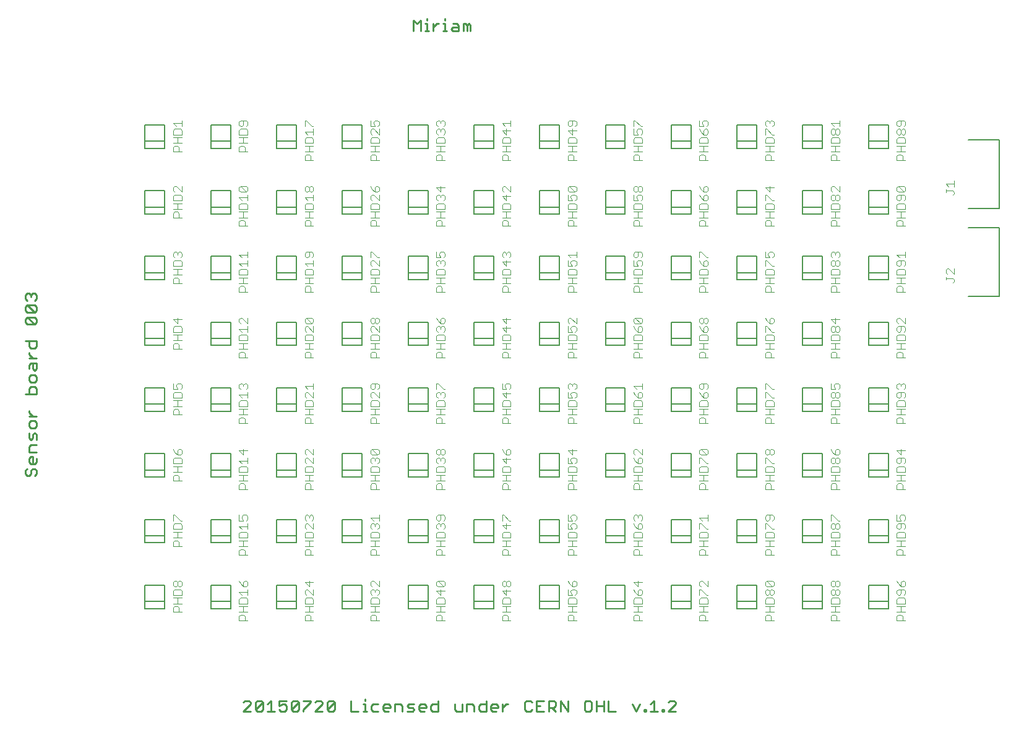
<source format=gto>
G75*
%MOIN*%
%OFA0B0*%
%FSLAX25Y25*%
%IPPOS*%
%LPD*%
%AMOC8*
5,1,8,0,0,1.08239X$1,22.5*
%
%ADD10C,0.01100*%
%ADD11C,0.00500*%
%ADD12C,0.00400*%
D10*
X0194809Y0058876D02*
X0198745Y0062813D01*
X0198745Y0063797D01*
X0197761Y0064781D01*
X0195793Y0064781D01*
X0194809Y0063797D01*
X0194809Y0058876D02*
X0198745Y0058876D01*
X0201254Y0059860D02*
X0202238Y0058876D01*
X0204207Y0058876D01*
X0205191Y0059860D01*
X0205191Y0063797D01*
X0201254Y0059860D01*
X0201254Y0063797D01*
X0202238Y0064781D01*
X0204207Y0064781D01*
X0205191Y0063797D01*
X0207700Y0062813D02*
X0209668Y0064781D01*
X0209668Y0058876D01*
X0207700Y0058876D02*
X0211636Y0058876D01*
X0214145Y0059860D02*
X0215129Y0058876D01*
X0217098Y0058876D01*
X0218082Y0059860D01*
X0218082Y0061829D01*
X0217098Y0062813D01*
X0216113Y0062813D01*
X0214145Y0061829D01*
X0214145Y0064781D01*
X0218082Y0064781D01*
X0220591Y0063797D02*
X0221575Y0064781D01*
X0223543Y0064781D01*
X0224527Y0063797D01*
X0220591Y0059860D01*
X0221575Y0058876D01*
X0223543Y0058876D01*
X0224527Y0059860D01*
X0224527Y0063797D01*
X0227036Y0064781D02*
X0230973Y0064781D01*
X0230973Y0063797D01*
X0227036Y0059860D01*
X0227036Y0058876D01*
X0233482Y0058876D02*
X0237418Y0062813D01*
X0237418Y0063797D01*
X0236434Y0064781D01*
X0234466Y0064781D01*
X0233482Y0063797D01*
X0233482Y0058876D02*
X0237418Y0058876D01*
X0239927Y0059860D02*
X0243864Y0063797D01*
X0243864Y0059860D01*
X0242880Y0058876D01*
X0240911Y0058876D01*
X0239927Y0059860D01*
X0239927Y0063797D01*
X0240911Y0064781D01*
X0242880Y0064781D01*
X0243864Y0063797D01*
X0252818Y0064781D02*
X0252818Y0058876D01*
X0256755Y0058876D01*
X0259264Y0058876D02*
X0261232Y0058876D01*
X0260248Y0058876D02*
X0260248Y0062813D01*
X0259264Y0062813D01*
X0260248Y0064781D02*
X0260248Y0065765D01*
X0263561Y0061829D02*
X0263561Y0059860D01*
X0264545Y0058876D01*
X0267497Y0058876D01*
X0270006Y0059860D02*
X0270990Y0058876D01*
X0272959Y0058876D01*
X0273943Y0060844D02*
X0270006Y0060844D01*
X0270006Y0059860D02*
X0270006Y0061829D01*
X0270990Y0062813D01*
X0272959Y0062813D01*
X0273943Y0061829D01*
X0273943Y0060844D01*
X0276452Y0058876D02*
X0276452Y0062813D01*
X0279404Y0062813D01*
X0280388Y0061829D01*
X0280388Y0058876D01*
X0282897Y0058876D02*
X0285850Y0058876D01*
X0286834Y0059860D01*
X0285850Y0060844D01*
X0283881Y0060844D01*
X0282897Y0061829D01*
X0283881Y0062813D01*
X0286834Y0062813D01*
X0289343Y0061829D02*
X0290327Y0062813D01*
X0292295Y0062813D01*
X0293279Y0061829D01*
X0293279Y0060844D01*
X0289343Y0060844D01*
X0289343Y0059860D02*
X0289343Y0061829D01*
X0289343Y0059860D02*
X0290327Y0058876D01*
X0292295Y0058876D01*
X0295788Y0059860D02*
X0295788Y0061829D01*
X0296772Y0062813D01*
X0299725Y0062813D01*
X0299725Y0064781D02*
X0299725Y0058876D01*
X0296772Y0058876D01*
X0295788Y0059860D01*
X0308679Y0059860D02*
X0309663Y0058876D01*
X0312616Y0058876D01*
X0312616Y0062813D01*
X0315125Y0062813D02*
X0318077Y0062813D01*
X0319061Y0061829D01*
X0319061Y0058876D01*
X0321570Y0059860D02*
X0322554Y0058876D01*
X0325507Y0058876D01*
X0325507Y0064781D01*
X0325507Y0062813D02*
X0322554Y0062813D01*
X0321570Y0061829D01*
X0321570Y0059860D01*
X0328016Y0059860D02*
X0329000Y0058876D01*
X0330968Y0058876D01*
X0331952Y0060844D02*
X0328016Y0060844D01*
X0328016Y0059860D02*
X0328016Y0061829D01*
X0329000Y0062813D01*
X0330968Y0062813D01*
X0331952Y0061829D01*
X0331952Y0060844D01*
X0334461Y0060844D02*
X0336429Y0062813D01*
X0337414Y0062813D01*
X0334461Y0062813D02*
X0334461Y0058876D01*
X0346278Y0059860D02*
X0347262Y0058876D01*
X0349230Y0058876D01*
X0350214Y0059860D01*
X0352723Y0058876D02*
X0356660Y0058876D01*
X0359169Y0058876D02*
X0359169Y0064781D01*
X0362121Y0064781D01*
X0363105Y0063797D01*
X0363105Y0061829D01*
X0362121Y0060844D01*
X0359169Y0060844D01*
X0361137Y0060844D02*
X0363105Y0058876D01*
X0365614Y0058876D02*
X0365614Y0064781D01*
X0369551Y0058876D01*
X0369551Y0064781D01*
X0378505Y0063797D02*
X0378505Y0059860D01*
X0379489Y0058876D01*
X0381458Y0058876D01*
X0382442Y0059860D01*
X0382442Y0063797D01*
X0381458Y0064781D01*
X0379489Y0064781D01*
X0378505Y0063797D01*
X0384951Y0064781D02*
X0384951Y0058876D01*
X0384951Y0061829D02*
X0388887Y0061829D01*
X0388887Y0064781D02*
X0388887Y0058876D01*
X0391396Y0058876D02*
X0395333Y0058876D01*
X0391396Y0058876D02*
X0391396Y0064781D01*
X0404287Y0062813D02*
X0406256Y0058876D01*
X0408224Y0062813D01*
X0410733Y0059860D02*
X0411717Y0059860D01*
X0411717Y0058876D01*
X0410733Y0058876D01*
X0410733Y0059860D01*
X0413956Y0058876D02*
X0417892Y0058876D01*
X0415924Y0058876D02*
X0415924Y0064781D01*
X0413956Y0062813D01*
X0420401Y0059860D02*
X0420401Y0058876D01*
X0421385Y0058876D01*
X0421385Y0059860D01*
X0420401Y0059860D01*
X0423624Y0058876D02*
X0427560Y0062813D01*
X0427560Y0063797D01*
X0426576Y0064781D01*
X0424608Y0064781D01*
X0423624Y0063797D01*
X0423624Y0058876D02*
X0427560Y0058876D01*
X0356660Y0064781D02*
X0352723Y0064781D01*
X0352723Y0058876D01*
X0352723Y0061829D02*
X0354692Y0061829D01*
X0350214Y0063797D02*
X0349230Y0064781D01*
X0347262Y0064781D01*
X0346278Y0063797D01*
X0346278Y0059860D01*
X0315125Y0058876D02*
X0315125Y0062813D01*
X0308679Y0062813D02*
X0308679Y0059860D01*
X0267497Y0062813D02*
X0264545Y0062813D01*
X0263561Y0061829D01*
X0220591Y0059860D02*
X0220591Y0063797D01*
X0083264Y0186827D02*
X0082280Y0185843D01*
X0083264Y0186827D02*
X0083264Y0188795D01*
X0082280Y0189780D01*
X0081296Y0189780D01*
X0080312Y0188795D01*
X0080312Y0186827D01*
X0079327Y0185843D01*
X0078343Y0185843D01*
X0077359Y0186827D01*
X0077359Y0188795D01*
X0078343Y0189780D01*
X0080312Y0192288D02*
X0079327Y0193273D01*
X0079327Y0195241D01*
X0080312Y0196225D01*
X0081296Y0196225D01*
X0081296Y0192288D01*
X0082280Y0192288D02*
X0080312Y0192288D01*
X0082280Y0192288D02*
X0083264Y0193273D01*
X0083264Y0195241D01*
X0083264Y0198734D02*
X0079327Y0198734D01*
X0079327Y0201686D01*
X0080312Y0202671D01*
X0083264Y0202671D01*
X0083264Y0205179D02*
X0083264Y0208132D01*
X0082280Y0209116D01*
X0081296Y0208132D01*
X0081296Y0206164D01*
X0080312Y0205179D01*
X0079327Y0206164D01*
X0079327Y0209116D01*
X0080312Y0211625D02*
X0082280Y0211625D01*
X0083264Y0212609D01*
X0083264Y0214577D01*
X0082280Y0215562D01*
X0080312Y0215562D01*
X0079327Y0214577D01*
X0079327Y0212609D01*
X0080312Y0211625D01*
X0081296Y0218070D02*
X0079327Y0220039D01*
X0079327Y0221023D01*
X0079327Y0218070D02*
X0083264Y0218070D01*
X0083264Y0229887D02*
X0083264Y0232840D01*
X0082280Y0233824D01*
X0080312Y0233824D01*
X0079327Y0232840D01*
X0079327Y0229887D01*
X0077359Y0229887D02*
X0083264Y0229887D01*
X0082280Y0236333D02*
X0083264Y0237317D01*
X0083264Y0239285D01*
X0082280Y0240269D01*
X0080312Y0240269D01*
X0079327Y0239285D01*
X0079327Y0237317D01*
X0080312Y0236333D01*
X0082280Y0236333D01*
X0082280Y0242778D02*
X0081296Y0243762D01*
X0081296Y0246715D01*
X0080312Y0246715D02*
X0083264Y0246715D01*
X0083264Y0243762D01*
X0082280Y0242778D01*
X0079327Y0243762D02*
X0079327Y0245731D01*
X0080312Y0246715D01*
X0081296Y0249224D02*
X0079327Y0251192D01*
X0079327Y0252176D01*
X0080312Y0254595D02*
X0079327Y0255579D01*
X0079327Y0258532D01*
X0077359Y0258532D02*
X0083264Y0258532D01*
X0083264Y0255579D01*
X0082280Y0254595D01*
X0080312Y0254595D01*
X0079327Y0249224D02*
X0083264Y0249224D01*
X0082280Y0267486D02*
X0078343Y0271423D01*
X0082280Y0271423D01*
X0083264Y0270438D01*
X0083264Y0268470D01*
X0082280Y0267486D01*
X0078343Y0267486D01*
X0077359Y0268470D01*
X0077359Y0270438D01*
X0078343Y0271423D01*
X0078343Y0273931D02*
X0077359Y0274916D01*
X0077359Y0276884D01*
X0078343Y0277868D01*
X0082280Y0273931D01*
X0083264Y0274916D01*
X0083264Y0276884D01*
X0082280Y0277868D01*
X0078343Y0277868D01*
X0078343Y0280377D02*
X0077359Y0281361D01*
X0077359Y0283329D01*
X0078343Y0284314D01*
X0079327Y0284314D01*
X0080312Y0283329D01*
X0081296Y0284314D01*
X0082280Y0284314D01*
X0083264Y0283329D01*
X0083264Y0281361D01*
X0082280Y0280377D01*
X0080312Y0282345D02*
X0080312Y0283329D01*
X0082280Y0273931D02*
X0078343Y0273931D01*
X0286374Y0425530D02*
X0286374Y0431435D01*
X0288343Y0429466D01*
X0290311Y0431435D01*
X0290311Y0425530D01*
X0292820Y0425530D02*
X0294788Y0425530D01*
X0293804Y0425530D02*
X0293804Y0429466D01*
X0292820Y0429466D01*
X0293804Y0431435D02*
X0293804Y0432419D01*
X0297117Y0429466D02*
X0297117Y0425530D01*
X0297117Y0427498D02*
X0299085Y0429466D01*
X0300069Y0429466D01*
X0302488Y0429466D02*
X0303472Y0429466D01*
X0303472Y0425530D01*
X0302488Y0425530D02*
X0304456Y0425530D01*
X0306785Y0426514D02*
X0307769Y0427498D01*
X0310722Y0427498D01*
X0310722Y0428482D02*
X0310722Y0425530D01*
X0307769Y0425530D01*
X0306785Y0426514D01*
X0307769Y0429466D02*
X0309737Y0429466D01*
X0310722Y0428482D01*
X0313230Y0429466D02*
X0313230Y0425530D01*
X0315199Y0425530D02*
X0315199Y0428482D01*
X0316183Y0429466D01*
X0317167Y0428482D01*
X0317167Y0425530D01*
X0315199Y0428482D02*
X0314215Y0429466D01*
X0313230Y0429466D01*
X0303472Y0431435D02*
X0303472Y0432419D01*
D11*
X0294170Y0375052D02*
X0283540Y0375052D01*
X0283540Y0366194D01*
X0294170Y0366194D01*
X0294170Y0375052D01*
X0294170Y0366194D02*
X0294170Y0362454D01*
X0283540Y0362454D01*
X0283540Y0366194D01*
X0258737Y0366194D02*
X0258737Y0362454D01*
X0248107Y0362454D01*
X0248107Y0366194D01*
X0258737Y0366194D01*
X0258737Y0375052D01*
X0248107Y0375052D01*
X0248107Y0366194D01*
X0223304Y0366194D02*
X0223304Y0362454D01*
X0212674Y0362454D01*
X0212674Y0366194D01*
X0223304Y0366194D01*
X0223304Y0375052D01*
X0212674Y0375052D01*
X0212674Y0366194D01*
X0187871Y0366194D02*
X0187871Y0362454D01*
X0177241Y0362454D01*
X0177241Y0366194D01*
X0187871Y0366194D01*
X0187871Y0375052D01*
X0177241Y0375052D01*
X0177241Y0366194D01*
X0152438Y0366194D02*
X0152438Y0362454D01*
X0141808Y0362454D01*
X0141808Y0366194D01*
X0152438Y0366194D01*
X0152438Y0375052D01*
X0141808Y0375052D01*
X0141808Y0366194D01*
X0141808Y0339619D02*
X0141808Y0330761D01*
X0152438Y0330761D01*
X0152438Y0339619D01*
X0141808Y0339619D01*
X0141808Y0330761D02*
X0141808Y0327020D01*
X0152438Y0327020D01*
X0152438Y0330761D01*
X0177241Y0330761D02*
X0177241Y0327020D01*
X0187871Y0327020D01*
X0187871Y0330761D01*
X0177241Y0330761D01*
X0177241Y0339619D01*
X0187871Y0339619D01*
X0187871Y0330761D01*
X0212674Y0330761D02*
X0212674Y0327020D01*
X0223304Y0327020D01*
X0223304Y0330761D01*
X0212674Y0330761D01*
X0212674Y0339619D01*
X0223304Y0339619D01*
X0223304Y0330761D01*
X0248107Y0330761D02*
X0248107Y0327020D01*
X0258737Y0327020D01*
X0258737Y0330761D01*
X0248107Y0330761D01*
X0248107Y0339619D01*
X0258737Y0339619D01*
X0258737Y0330761D01*
X0283540Y0330761D02*
X0283540Y0327020D01*
X0294170Y0327020D01*
X0294170Y0330761D01*
X0283540Y0330761D01*
X0283540Y0339619D01*
X0294170Y0339619D01*
X0294170Y0330761D01*
X0318973Y0330761D02*
X0318973Y0327020D01*
X0329603Y0327020D01*
X0329603Y0330761D01*
X0318973Y0330761D01*
X0318973Y0339619D01*
X0329603Y0339619D01*
X0329603Y0330761D01*
X0354406Y0330761D02*
X0354406Y0327020D01*
X0365036Y0327020D01*
X0365036Y0330761D01*
X0354406Y0330761D01*
X0354406Y0339619D01*
X0365036Y0339619D01*
X0365036Y0330761D01*
X0389839Y0330761D02*
X0389839Y0327020D01*
X0400469Y0327020D01*
X0400469Y0330761D01*
X0389839Y0330761D01*
X0389839Y0339619D01*
X0400469Y0339619D01*
X0400469Y0330761D01*
X0425272Y0330761D02*
X0425272Y0327020D01*
X0435902Y0327020D01*
X0435902Y0330761D01*
X0425272Y0330761D01*
X0425272Y0339619D01*
X0435902Y0339619D01*
X0435902Y0330761D01*
X0460706Y0330761D02*
X0460706Y0327020D01*
X0471335Y0327020D01*
X0471335Y0330761D01*
X0460706Y0330761D01*
X0460706Y0339619D01*
X0471335Y0339619D01*
X0471335Y0330761D01*
X0496139Y0330761D02*
X0496139Y0327020D01*
X0506769Y0327020D01*
X0506769Y0330761D01*
X0496139Y0330761D01*
X0496139Y0339619D01*
X0506769Y0339619D01*
X0506769Y0330761D01*
X0531572Y0330761D02*
X0531572Y0327020D01*
X0542202Y0327020D01*
X0542202Y0330761D01*
X0531572Y0330761D01*
X0531572Y0339619D01*
X0542202Y0339619D01*
X0542202Y0330761D01*
X0542202Y0304186D02*
X0531572Y0304186D01*
X0531572Y0295328D01*
X0542202Y0295328D01*
X0542202Y0304186D01*
X0542202Y0295328D02*
X0542202Y0291587D01*
X0531572Y0291587D01*
X0531572Y0295328D01*
X0506769Y0295328D02*
X0506769Y0291587D01*
X0496139Y0291587D01*
X0496139Y0295328D01*
X0506769Y0295328D01*
X0506769Y0304186D01*
X0496139Y0304186D01*
X0496139Y0295328D01*
X0471335Y0295328D02*
X0471335Y0291587D01*
X0460706Y0291587D01*
X0460706Y0295328D01*
X0471335Y0295328D01*
X0471335Y0304186D01*
X0460706Y0304186D01*
X0460706Y0295328D01*
X0435902Y0295328D02*
X0435902Y0291587D01*
X0425272Y0291587D01*
X0425272Y0295328D01*
X0435902Y0295328D01*
X0435902Y0304186D01*
X0425272Y0304186D01*
X0425272Y0295328D01*
X0400469Y0295328D02*
X0400469Y0291587D01*
X0389839Y0291587D01*
X0389839Y0295328D01*
X0400469Y0295328D01*
X0400469Y0304186D01*
X0389839Y0304186D01*
X0389839Y0295328D01*
X0365036Y0295328D02*
X0365036Y0291587D01*
X0354406Y0291587D01*
X0354406Y0295328D01*
X0365036Y0295328D01*
X0365036Y0304186D01*
X0354406Y0304186D01*
X0354406Y0295328D01*
X0329603Y0295328D02*
X0329603Y0291587D01*
X0318973Y0291587D01*
X0318973Y0295328D01*
X0329603Y0295328D01*
X0329603Y0304186D01*
X0318973Y0304186D01*
X0318973Y0295328D01*
X0294170Y0295328D02*
X0294170Y0291587D01*
X0283540Y0291587D01*
X0283540Y0295328D01*
X0294170Y0295328D01*
X0294170Y0304186D01*
X0283540Y0304186D01*
X0283540Y0295328D01*
X0258737Y0295328D02*
X0258737Y0291587D01*
X0248107Y0291587D01*
X0248107Y0295328D01*
X0258737Y0295328D01*
X0258737Y0304186D01*
X0248107Y0304186D01*
X0248107Y0295328D01*
X0223304Y0295328D02*
X0223304Y0291587D01*
X0212674Y0291587D01*
X0212674Y0295328D01*
X0223304Y0295328D01*
X0223304Y0304186D01*
X0212674Y0304186D01*
X0212674Y0295328D01*
X0187871Y0295328D02*
X0187871Y0291587D01*
X0177241Y0291587D01*
X0177241Y0295328D01*
X0187871Y0295328D01*
X0187871Y0304186D01*
X0177241Y0304186D01*
X0177241Y0295328D01*
X0152438Y0295328D02*
X0152438Y0291587D01*
X0141808Y0291587D01*
X0141808Y0295328D01*
X0152438Y0295328D01*
X0152438Y0304186D01*
X0141808Y0304186D01*
X0141808Y0295328D01*
X0141808Y0268753D02*
X0141808Y0259894D01*
X0152438Y0259894D01*
X0152438Y0268753D01*
X0141808Y0268753D01*
X0141808Y0259894D02*
X0141808Y0256154D01*
X0152438Y0256154D01*
X0152438Y0259894D01*
X0177241Y0259894D02*
X0187871Y0259894D01*
X0187871Y0268753D01*
X0177241Y0268753D01*
X0177241Y0259894D01*
X0177241Y0256154D01*
X0187871Y0256154D01*
X0187871Y0259894D01*
X0212674Y0259894D02*
X0223304Y0259894D01*
X0223304Y0268753D01*
X0212674Y0268753D01*
X0212674Y0259894D01*
X0212674Y0256154D01*
X0223304Y0256154D01*
X0223304Y0259894D01*
X0248107Y0259894D02*
X0258737Y0259894D01*
X0258737Y0268753D01*
X0248107Y0268753D01*
X0248107Y0259894D01*
X0248107Y0256154D01*
X0258737Y0256154D01*
X0258737Y0259894D01*
X0283540Y0259894D02*
X0294170Y0259894D01*
X0294170Y0268753D01*
X0283540Y0268753D01*
X0283540Y0259894D01*
X0283540Y0256154D01*
X0294170Y0256154D01*
X0294170Y0259894D01*
X0318973Y0259894D02*
X0329603Y0259894D01*
X0329603Y0268753D01*
X0318973Y0268753D01*
X0318973Y0259894D01*
X0318973Y0256154D01*
X0329603Y0256154D01*
X0329603Y0259894D01*
X0354406Y0259894D02*
X0365036Y0259894D01*
X0365036Y0268753D01*
X0354406Y0268753D01*
X0354406Y0259894D01*
X0354406Y0256154D01*
X0365036Y0256154D01*
X0365036Y0259894D01*
X0389839Y0259894D02*
X0400469Y0259894D01*
X0400469Y0268753D01*
X0389839Y0268753D01*
X0389839Y0259894D01*
X0389839Y0256154D01*
X0400469Y0256154D01*
X0400469Y0259894D01*
X0425272Y0259894D02*
X0435902Y0259894D01*
X0435902Y0268753D01*
X0425272Y0268753D01*
X0425272Y0259894D01*
X0425272Y0256154D01*
X0435902Y0256154D01*
X0435902Y0259894D01*
X0460706Y0259894D02*
X0471335Y0259894D01*
X0471335Y0268753D01*
X0460706Y0268753D01*
X0460706Y0259894D01*
X0460706Y0256154D01*
X0471335Y0256154D01*
X0471335Y0259894D01*
X0496139Y0259894D02*
X0506769Y0259894D01*
X0506769Y0268753D01*
X0496139Y0268753D01*
X0496139Y0259894D01*
X0496139Y0256154D01*
X0506769Y0256154D01*
X0506769Y0259894D01*
X0531572Y0259894D02*
X0542202Y0259894D01*
X0542202Y0268753D01*
X0531572Y0268753D01*
X0531572Y0259894D01*
X0531572Y0256154D01*
X0542202Y0256154D01*
X0542202Y0259894D01*
X0542202Y0233320D02*
X0531572Y0233320D01*
X0531572Y0224461D01*
X0542202Y0224461D01*
X0542202Y0233320D01*
X0542202Y0224461D02*
X0542202Y0220721D01*
X0531572Y0220721D01*
X0531572Y0224461D01*
X0506769Y0224461D02*
X0506769Y0220721D01*
X0496139Y0220721D01*
X0496139Y0224461D01*
X0506769Y0224461D01*
X0506769Y0233320D01*
X0496139Y0233320D01*
X0496139Y0224461D01*
X0471335Y0224461D02*
X0471335Y0220721D01*
X0460706Y0220721D01*
X0460706Y0224461D01*
X0471335Y0224461D01*
X0471335Y0233320D01*
X0460706Y0233320D01*
X0460706Y0224461D01*
X0435902Y0224461D02*
X0435902Y0220721D01*
X0425272Y0220721D01*
X0425272Y0224461D01*
X0435902Y0224461D01*
X0435902Y0233320D01*
X0425272Y0233320D01*
X0425272Y0224461D01*
X0400469Y0224461D02*
X0400469Y0220721D01*
X0389839Y0220721D01*
X0389839Y0224461D01*
X0400469Y0224461D01*
X0400469Y0233320D01*
X0389839Y0233320D01*
X0389839Y0224461D01*
X0365036Y0224461D02*
X0365036Y0220721D01*
X0354406Y0220721D01*
X0354406Y0224461D01*
X0365036Y0224461D01*
X0365036Y0233320D01*
X0354406Y0233320D01*
X0354406Y0224461D01*
X0329603Y0224461D02*
X0329603Y0220721D01*
X0318973Y0220721D01*
X0318973Y0224461D01*
X0329603Y0224461D01*
X0329603Y0233320D01*
X0318973Y0233320D01*
X0318973Y0224461D01*
X0294170Y0224461D02*
X0294170Y0220721D01*
X0283540Y0220721D01*
X0283540Y0224461D01*
X0294170Y0224461D01*
X0294170Y0233320D01*
X0283540Y0233320D01*
X0283540Y0224461D01*
X0258737Y0224461D02*
X0258737Y0220721D01*
X0248107Y0220721D01*
X0248107Y0224461D01*
X0258737Y0224461D01*
X0258737Y0233320D01*
X0248107Y0233320D01*
X0248107Y0224461D01*
X0223304Y0224461D02*
X0223304Y0220721D01*
X0212674Y0220721D01*
X0212674Y0224461D01*
X0223304Y0224461D01*
X0223304Y0233320D01*
X0212674Y0233320D01*
X0212674Y0224461D01*
X0187871Y0224461D02*
X0187871Y0220721D01*
X0177241Y0220721D01*
X0177241Y0224461D01*
X0187871Y0224461D01*
X0187871Y0233320D01*
X0177241Y0233320D01*
X0177241Y0224461D01*
X0152438Y0224461D02*
X0152438Y0220721D01*
X0141808Y0220721D01*
X0141808Y0224461D01*
X0152438Y0224461D01*
X0152438Y0233320D01*
X0141808Y0233320D01*
X0141808Y0224461D01*
X0141808Y0197887D02*
X0141808Y0189028D01*
X0152438Y0189028D01*
X0152438Y0197887D01*
X0141808Y0197887D01*
X0141808Y0189028D02*
X0141808Y0185288D01*
X0152438Y0185288D01*
X0152438Y0189028D01*
X0177241Y0189028D02*
X0177241Y0185288D01*
X0187871Y0185288D01*
X0187871Y0189028D01*
X0177241Y0189028D01*
X0177241Y0197887D01*
X0187871Y0197887D01*
X0187871Y0189028D01*
X0212674Y0189028D02*
X0212674Y0185288D01*
X0223304Y0185288D01*
X0223304Y0189028D01*
X0212674Y0189028D01*
X0212674Y0197887D01*
X0223304Y0197887D01*
X0223304Y0189028D01*
X0248107Y0189028D02*
X0248107Y0185288D01*
X0258737Y0185288D01*
X0258737Y0189028D01*
X0248107Y0189028D01*
X0248107Y0197887D01*
X0258737Y0197887D01*
X0258737Y0189028D01*
X0283540Y0189028D02*
X0283540Y0185288D01*
X0294170Y0185288D01*
X0294170Y0189028D01*
X0283540Y0189028D01*
X0283540Y0197887D01*
X0294170Y0197887D01*
X0294170Y0189028D01*
X0318973Y0189028D02*
X0318973Y0185288D01*
X0329603Y0185288D01*
X0329603Y0189028D01*
X0318973Y0189028D01*
X0318973Y0197887D01*
X0329603Y0197887D01*
X0329603Y0189028D01*
X0354406Y0189028D02*
X0354406Y0185288D01*
X0365036Y0185288D01*
X0365036Y0189028D01*
X0354406Y0189028D01*
X0354406Y0197887D01*
X0365036Y0197887D01*
X0365036Y0189028D01*
X0389839Y0189028D02*
X0389839Y0185288D01*
X0400469Y0185288D01*
X0400469Y0189028D01*
X0389839Y0189028D01*
X0389839Y0197887D01*
X0400469Y0197887D01*
X0400469Y0189028D01*
X0425272Y0189028D02*
X0425272Y0185288D01*
X0435902Y0185288D01*
X0435902Y0189028D01*
X0425272Y0189028D01*
X0425272Y0197887D01*
X0435902Y0197887D01*
X0435902Y0189028D01*
X0460706Y0189028D02*
X0460706Y0185288D01*
X0471335Y0185288D01*
X0471335Y0189028D01*
X0460706Y0189028D01*
X0460706Y0197887D01*
X0471335Y0197887D01*
X0471335Y0189028D01*
X0496139Y0189028D02*
X0496139Y0185288D01*
X0506769Y0185288D01*
X0506769Y0189028D01*
X0496139Y0189028D01*
X0496139Y0197887D01*
X0506769Y0197887D01*
X0506769Y0189028D01*
X0531572Y0189028D02*
X0531572Y0185288D01*
X0542202Y0185288D01*
X0542202Y0189028D01*
X0531572Y0189028D01*
X0531572Y0197887D01*
X0542202Y0197887D01*
X0542202Y0189028D01*
X0542202Y0162454D02*
X0531572Y0162454D01*
X0531572Y0153595D01*
X0542202Y0153595D01*
X0542202Y0162454D01*
X0542202Y0153595D02*
X0542202Y0149855D01*
X0531572Y0149855D01*
X0531572Y0153595D01*
X0506769Y0153595D02*
X0506769Y0149855D01*
X0496139Y0149855D01*
X0496139Y0153595D01*
X0506769Y0153595D01*
X0506769Y0162454D01*
X0496139Y0162454D01*
X0496139Y0153595D01*
X0471335Y0153595D02*
X0471335Y0149855D01*
X0460706Y0149855D01*
X0460706Y0153595D01*
X0471335Y0153595D01*
X0471335Y0162454D01*
X0460706Y0162454D01*
X0460706Y0153595D01*
X0435902Y0153595D02*
X0435902Y0149855D01*
X0425272Y0149855D01*
X0425272Y0153595D01*
X0435902Y0153595D01*
X0435902Y0162454D01*
X0425272Y0162454D01*
X0425272Y0153595D01*
X0400469Y0153595D02*
X0400469Y0149855D01*
X0389839Y0149855D01*
X0389839Y0153595D01*
X0400469Y0153595D01*
X0400469Y0162454D01*
X0389839Y0162454D01*
X0389839Y0153595D01*
X0365036Y0153595D02*
X0365036Y0149855D01*
X0354406Y0149855D01*
X0354406Y0153595D01*
X0365036Y0153595D01*
X0365036Y0162454D01*
X0354406Y0162454D01*
X0354406Y0153595D01*
X0329603Y0153595D02*
X0329603Y0149855D01*
X0318973Y0149855D01*
X0318973Y0153595D01*
X0329603Y0153595D01*
X0329603Y0162454D01*
X0318973Y0162454D01*
X0318973Y0153595D01*
X0294170Y0153595D02*
X0294170Y0149855D01*
X0283540Y0149855D01*
X0283540Y0153595D01*
X0294170Y0153595D01*
X0294170Y0162454D01*
X0283540Y0162454D01*
X0283540Y0153595D01*
X0258737Y0153595D02*
X0258737Y0149855D01*
X0248107Y0149855D01*
X0248107Y0153595D01*
X0258737Y0153595D01*
X0258737Y0162454D01*
X0248107Y0162454D01*
X0248107Y0153595D01*
X0223304Y0153595D02*
X0223304Y0149855D01*
X0212674Y0149855D01*
X0212674Y0153595D01*
X0223304Y0153595D01*
X0223304Y0162454D01*
X0212674Y0162454D01*
X0212674Y0153595D01*
X0187871Y0153595D02*
X0187871Y0149855D01*
X0177241Y0149855D01*
X0177241Y0153595D01*
X0187871Y0153595D01*
X0187871Y0162454D01*
X0177241Y0162454D01*
X0177241Y0153595D01*
X0152438Y0153595D02*
X0152438Y0149855D01*
X0141808Y0149855D01*
X0141808Y0153595D01*
X0152438Y0153595D01*
X0152438Y0162454D01*
X0141808Y0162454D01*
X0141808Y0153595D01*
X0141808Y0127020D02*
X0141808Y0118162D01*
X0152438Y0118162D01*
X0152438Y0127020D01*
X0141808Y0127020D01*
X0141808Y0118162D02*
X0141808Y0114422D01*
X0152438Y0114422D01*
X0152438Y0118162D01*
X0177241Y0118162D02*
X0187871Y0118162D01*
X0187871Y0127020D01*
X0177241Y0127020D01*
X0177241Y0118162D01*
X0177241Y0114422D01*
X0187871Y0114422D01*
X0187871Y0118162D01*
X0212674Y0118162D02*
X0223304Y0118162D01*
X0223304Y0127020D01*
X0212674Y0127020D01*
X0212674Y0118162D01*
X0212674Y0114422D01*
X0223304Y0114422D01*
X0223304Y0118162D01*
X0248107Y0118162D02*
X0258737Y0118162D01*
X0258737Y0127020D01*
X0248107Y0127020D01*
X0248107Y0118162D01*
X0248107Y0114422D01*
X0258737Y0114422D01*
X0258737Y0118162D01*
X0283540Y0118162D02*
X0294170Y0118162D01*
X0294170Y0127020D01*
X0283540Y0127020D01*
X0283540Y0118162D01*
X0283540Y0114422D01*
X0294170Y0114422D01*
X0294170Y0118162D01*
X0318973Y0118162D02*
X0329603Y0118162D01*
X0329603Y0127020D01*
X0318973Y0127020D01*
X0318973Y0118162D01*
X0318973Y0114422D01*
X0329603Y0114422D01*
X0329603Y0118162D01*
X0354406Y0118162D02*
X0365036Y0118162D01*
X0365036Y0127020D01*
X0354406Y0127020D01*
X0354406Y0118162D01*
X0354406Y0114422D01*
X0365036Y0114422D01*
X0365036Y0118162D01*
X0389839Y0118162D02*
X0400469Y0118162D01*
X0400469Y0127020D01*
X0389839Y0127020D01*
X0389839Y0118162D01*
X0389839Y0114422D01*
X0400469Y0114422D01*
X0400469Y0118162D01*
X0425272Y0118162D02*
X0435902Y0118162D01*
X0435902Y0127020D01*
X0425272Y0127020D01*
X0425272Y0118162D01*
X0425272Y0114422D01*
X0435902Y0114422D01*
X0435902Y0118162D01*
X0460706Y0118162D02*
X0471335Y0118162D01*
X0471335Y0127020D01*
X0460706Y0127020D01*
X0460706Y0118162D01*
X0460706Y0114422D01*
X0471335Y0114422D01*
X0471335Y0118162D01*
X0496139Y0118162D02*
X0506769Y0118162D01*
X0506769Y0127020D01*
X0496139Y0127020D01*
X0496139Y0118162D01*
X0496139Y0114422D01*
X0506769Y0114422D01*
X0506769Y0118162D01*
X0531572Y0118162D02*
X0542202Y0118162D01*
X0542202Y0127020D01*
X0531572Y0127020D01*
X0531572Y0118162D01*
X0531572Y0114422D01*
X0542202Y0114422D01*
X0542202Y0118162D01*
X0585194Y0282769D02*
X0602123Y0282769D01*
X0602123Y0319776D01*
X0585194Y0319776D01*
X0585194Y0330013D02*
X0602123Y0330013D01*
X0602123Y0367020D01*
X0585194Y0367020D01*
X0542202Y0366194D02*
X0542202Y0362454D01*
X0531572Y0362454D01*
X0531572Y0366194D01*
X0542202Y0366194D01*
X0542202Y0375052D01*
X0531572Y0375052D01*
X0531572Y0366194D01*
X0506769Y0366194D02*
X0506769Y0362454D01*
X0496139Y0362454D01*
X0496139Y0366194D01*
X0506769Y0366194D01*
X0506769Y0375052D01*
X0496139Y0375052D01*
X0496139Y0366194D01*
X0471335Y0366194D02*
X0471335Y0362454D01*
X0460706Y0362454D01*
X0460706Y0366194D01*
X0471335Y0366194D01*
X0471335Y0375052D01*
X0460706Y0375052D01*
X0460706Y0366194D01*
X0435902Y0366194D02*
X0435902Y0362454D01*
X0425272Y0362454D01*
X0425272Y0366194D01*
X0435902Y0366194D01*
X0435902Y0375052D01*
X0425272Y0375052D01*
X0425272Y0366194D01*
X0400469Y0366194D02*
X0400469Y0362454D01*
X0389839Y0362454D01*
X0389839Y0366194D01*
X0400469Y0366194D01*
X0400469Y0375052D01*
X0389839Y0375052D01*
X0389839Y0366194D01*
X0365036Y0366194D02*
X0365036Y0362454D01*
X0354406Y0362454D01*
X0354406Y0366194D01*
X0365036Y0366194D01*
X0365036Y0375052D01*
X0354406Y0375052D01*
X0354406Y0366194D01*
X0329603Y0366194D02*
X0329603Y0362454D01*
X0318973Y0362454D01*
X0318973Y0366194D01*
X0329603Y0366194D01*
X0329603Y0375052D01*
X0318973Y0375052D01*
X0318973Y0366194D01*
D12*
X0157004Y0114807D02*
X0157004Y0112506D01*
X0161608Y0112506D01*
X0160073Y0112506D02*
X0160073Y0114807D01*
X0159306Y0115575D01*
X0157771Y0115575D01*
X0157004Y0114807D01*
X0157004Y0117109D02*
X0161608Y0117109D01*
X0159306Y0117109D02*
X0159306Y0120179D01*
X0157004Y0120179D02*
X0161608Y0120179D01*
X0161608Y0121713D02*
X0161608Y0124015D01*
X0160841Y0124783D01*
X0157771Y0124783D01*
X0157004Y0124015D01*
X0157004Y0121713D01*
X0161608Y0121713D01*
X0160841Y0126317D02*
X0160073Y0126317D01*
X0159306Y0127085D01*
X0159306Y0128619D01*
X0160073Y0129387D01*
X0160841Y0129387D01*
X0161608Y0128619D01*
X0161608Y0127085D01*
X0160841Y0126317D01*
X0159306Y0127085D02*
X0158539Y0126317D01*
X0157771Y0126317D01*
X0157004Y0127085D01*
X0157004Y0128619D01*
X0157771Y0129387D01*
X0158539Y0129387D01*
X0159306Y0128619D01*
X0160073Y0147939D02*
X0160073Y0150241D01*
X0159306Y0151008D01*
X0157771Y0151008D01*
X0157004Y0150241D01*
X0157004Y0147939D01*
X0161608Y0147939D01*
X0161608Y0152543D02*
X0157004Y0152543D01*
X0159306Y0152543D02*
X0159306Y0155612D01*
X0157004Y0155612D02*
X0161608Y0155612D01*
X0161608Y0157146D02*
X0161608Y0159448D01*
X0160841Y0160216D01*
X0157771Y0160216D01*
X0157004Y0159448D01*
X0157004Y0157146D01*
X0161608Y0157146D01*
X0161608Y0161750D02*
X0160841Y0161750D01*
X0157771Y0164820D01*
X0157004Y0164820D01*
X0157004Y0161750D01*
X0157004Y0183372D02*
X0157004Y0185674D01*
X0157771Y0186441D01*
X0159306Y0186441D01*
X0160073Y0185674D01*
X0160073Y0183372D01*
X0161608Y0183372D02*
X0157004Y0183372D01*
X0157004Y0187976D02*
X0161608Y0187976D01*
X0159306Y0187976D02*
X0159306Y0191045D01*
X0157004Y0191045D02*
X0161608Y0191045D01*
X0161608Y0192580D02*
X0157004Y0192580D01*
X0157004Y0194881D01*
X0157771Y0195649D01*
X0160841Y0195649D01*
X0161608Y0194881D01*
X0161608Y0192580D01*
X0160841Y0197183D02*
X0161608Y0197951D01*
X0161608Y0199485D01*
X0160841Y0200253D01*
X0160073Y0200253D01*
X0159306Y0199485D01*
X0159306Y0197183D01*
X0160841Y0197183D01*
X0159306Y0197183D02*
X0157771Y0198718D01*
X0157004Y0200253D01*
X0157004Y0218805D02*
X0157004Y0221107D01*
X0157771Y0221874D01*
X0159306Y0221874D01*
X0160073Y0221107D01*
X0160073Y0218805D01*
X0161608Y0218805D02*
X0157004Y0218805D01*
X0157004Y0223409D02*
X0161608Y0223409D01*
X0159306Y0223409D02*
X0159306Y0226478D01*
X0157004Y0226478D02*
X0161608Y0226478D01*
X0161608Y0228013D02*
X0161608Y0230315D01*
X0160841Y0231082D01*
X0157771Y0231082D01*
X0157004Y0230315D01*
X0157004Y0228013D01*
X0161608Y0228013D01*
X0160841Y0232617D02*
X0161608Y0233384D01*
X0161608Y0234918D01*
X0160841Y0235686D01*
X0159306Y0235686D01*
X0158539Y0234918D01*
X0158539Y0234151D01*
X0159306Y0232617D01*
X0157004Y0232617D01*
X0157004Y0235686D01*
X0157004Y0254238D02*
X0157004Y0256540D01*
X0157771Y0257307D01*
X0159306Y0257307D01*
X0160073Y0256540D01*
X0160073Y0254238D01*
X0161608Y0254238D02*
X0157004Y0254238D01*
X0157004Y0258842D02*
X0161608Y0258842D01*
X0159306Y0258842D02*
X0159306Y0261911D01*
X0157004Y0261911D02*
X0161608Y0261911D01*
X0161608Y0263446D02*
X0161608Y0265748D01*
X0160841Y0266515D01*
X0157771Y0266515D01*
X0157004Y0265748D01*
X0157004Y0263446D01*
X0161608Y0263446D01*
X0159306Y0268050D02*
X0159306Y0271119D01*
X0161608Y0270352D02*
X0157004Y0270352D01*
X0159306Y0268050D01*
X0160073Y0289671D02*
X0160073Y0291973D01*
X0159306Y0292740D01*
X0157771Y0292740D01*
X0157004Y0291973D01*
X0157004Y0289671D01*
X0161608Y0289671D01*
X0161608Y0294275D02*
X0157004Y0294275D01*
X0159306Y0294275D02*
X0159306Y0297344D01*
X0157004Y0297344D02*
X0161608Y0297344D01*
X0161608Y0298879D02*
X0161608Y0301181D01*
X0160841Y0301948D01*
X0157771Y0301948D01*
X0157004Y0301181D01*
X0157004Y0298879D01*
X0161608Y0298879D01*
X0160841Y0303483D02*
X0161608Y0304250D01*
X0161608Y0305785D01*
X0160841Y0306552D01*
X0160073Y0306552D01*
X0159306Y0305785D01*
X0159306Y0305017D01*
X0159306Y0305785D02*
X0158539Y0306552D01*
X0157771Y0306552D01*
X0157004Y0305785D01*
X0157004Y0304250D01*
X0157771Y0303483D01*
X0157004Y0325104D02*
X0157004Y0327406D01*
X0157771Y0328173D01*
X0159306Y0328173D01*
X0160073Y0327406D01*
X0160073Y0325104D01*
X0161608Y0325104D02*
X0157004Y0325104D01*
X0157004Y0329708D02*
X0161608Y0329708D01*
X0159306Y0329708D02*
X0159306Y0332777D01*
X0157004Y0332777D02*
X0161608Y0332777D01*
X0161608Y0334312D02*
X0157004Y0334312D01*
X0157004Y0336614D01*
X0157771Y0337381D01*
X0160841Y0337381D01*
X0161608Y0336614D01*
X0161608Y0334312D01*
X0161608Y0338916D02*
X0158539Y0341985D01*
X0157771Y0341985D01*
X0157004Y0341218D01*
X0157004Y0339683D01*
X0157771Y0338916D01*
X0161608Y0338916D02*
X0161608Y0341985D01*
X0161608Y0360537D02*
X0157004Y0360537D01*
X0157004Y0362839D01*
X0157771Y0363606D01*
X0159306Y0363606D01*
X0160073Y0362839D01*
X0160073Y0360537D01*
X0159306Y0365141D02*
X0159306Y0368210D01*
X0157004Y0368210D02*
X0161608Y0368210D01*
X0161608Y0369745D02*
X0157004Y0369745D01*
X0157004Y0372047D01*
X0157771Y0372814D01*
X0160841Y0372814D01*
X0161608Y0372047D01*
X0161608Y0369745D01*
X0161608Y0374349D02*
X0161608Y0377418D01*
X0161608Y0375883D02*
X0157004Y0375883D01*
X0158539Y0374349D01*
X0157004Y0365141D02*
X0161608Y0365141D01*
X0192437Y0365141D02*
X0197041Y0365141D01*
X0194739Y0365141D02*
X0194739Y0368210D01*
X0192437Y0368210D02*
X0197041Y0368210D01*
X0197041Y0369745D02*
X0192437Y0369745D01*
X0192437Y0372047D01*
X0193204Y0372814D01*
X0196274Y0372814D01*
X0197041Y0372047D01*
X0197041Y0369745D01*
X0196274Y0374349D02*
X0197041Y0375116D01*
X0197041Y0376651D01*
X0196274Y0377418D01*
X0193204Y0377418D01*
X0192437Y0376651D01*
X0192437Y0375116D01*
X0193204Y0374349D01*
X0193972Y0374349D01*
X0194739Y0375116D01*
X0194739Y0377418D01*
X0194739Y0363606D02*
X0195506Y0362839D01*
X0195506Y0360537D01*
X0197041Y0360537D02*
X0192437Y0360537D01*
X0192437Y0362839D01*
X0193204Y0363606D01*
X0194739Y0363606D01*
X0193204Y0341985D02*
X0196274Y0338916D01*
X0197041Y0339683D01*
X0197041Y0341218D01*
X0196274Y0341985D01*
X0193204Y0341985D01*
X0192437Y0341218D01*
X0192437Y0339683D01*
X0193204Y0338916D01*
X0196274Y0338916D01*
X0197041Y0337381D02*
X0197041Y0334312D01*
X0197041Y0335846D02*
X0192437Y0335846D01*
X0193972Y0334312D01*
X0193204Y0332777D02*
X0192437Y0332010D01*
X0192437Y0329708D01*
X0197041Y0329708D01*
X0197041Y0332010D01*
X0196274Y0332777D01*
X0193204Y0332777D01*
X0192437Y0328173D02*
X0197041Y0328173D01*
X0194739Y0328173D02*
X0194739Y0325104D01*
X0194739Y0323569D02*
X0195506Y0322802D01*
X0195506Y0320500D01*
X0197041Y0320500D02*
X0192437Y0320500D01*
X0192437Y0322802D01*
X0193204Y0323569D01*
X0194739Y0323569D01*
X0197041Y0325104D02*
X0192437Y0325104D01*
X0197041Y0306552D02*
X0197041Y0303483D01*
X0197041Y0305017D02*
X0192437Y0305017D01*
X0193972Y0303483D01*
X0197041Y0301948D02*
X0197041Y0298879D01*
X0197041Y0300413D02*
X0192437Y0300413D01*
X0193972Y0298879D01*
X0193204Y0297344D02*
X0192437Y0296577D01*
X0192437Y0294275D01*
X0197041Y0294275D01*
X0197041Y0296577D01*
X0196274Y0297344D01*
X0193204Y0297344D01*
X0192437Y0292740D02*
X0197041Y0292740D01*
X0194739Y0292740D02*
X0194739Y0289671D01*
X0194739Y0288136D02*
X0195506Y0287369D01*
X0195506Y0285067D01*
X0197041Y0285067D02*
X0192437Y0285067D01*
X0192437Y0287369D01*
X0193204Y0288136D01*
X0194739Y0288136D01*
X0197041Y0289671D02*
X0192437Y0289671D01*
X0193204Y0271119D02*
X0192437Y0270352D01*
X0192437Y0268817D01*
X0193204Y0268050D01*
X0193204Y0271119D02*
X0193972Y0271119D01*
X0197041Y0268050D01*
X0197041Y0271119D01*
X0197041Y0266515D02*
X0197041Y0263446D01*
X0197041Y0264980D02*
X0192437Y0264980D01*
X0193972Y0263446D01*
X0193204Y0261911D02*
X0192437Y0261144D01*
X0192437Y0258842D01*
X0197041Y0258842D01*
X0197041Y0261144D01*
X0196274Y0261911D01*
X0193204Y0261911D01*
X0192437Y0257307D02*
X0197041Y0257307D01*
X0194739Y0257307D02*
X0194739Y0254238D01*
X0194739Y0252703D02*
X0195506Y0251936D01*
X0195506Y0249634D01*
X0197041Y0249634D02*
X0192437Y0249634D01*
X0192437Y0251936D01*
X0193204Y0252703D01*
X0194739Y0252703D01*
X0197041Y0254238D02*
X0192437Y0254238D01*
X0193204Y0235686D02*
X0193972Y0235686D01*
X0194739Y0234918D01*
X0195506Y0235686D01*
X0196274Y0235686D01*
X0197041Y0234918D01*
X0197041Y0233384D01*
X0196274Y0232616D01*
X0197041Y0231082D02*
X0197041Y0228013D01*
X0197041Y0229547D02*
X0192437Y0229547D01*
X0193972Y0228013D01*
X0193204Y0226478D02*
X0192437Y0225711D01*
X0192437Y0223409D01*
X0197041Y0223409D01*
X0197041Y0225711D01*
X0196274Y0226478D01*
X0193204Y0226478D01*
X0192437Y0221874D02*
X0197041Y0221874D01*
X0194739Y0221874D02*
X0194739Y0218805D01*
X0194739Y0217270D02*
X0195506Y0216503D01*
X0195506Y0214201D01*
X0197041Y0214201D02*
X0192437Y0214201D01*
X0192437Y0216503D01*
X0193204Y0217270D01*
X0194739Y0217270D01*
X0197041Y0218805D02*
X0192437Y0218805D01*
X0193204Y0232616D02*
X0192437Y0233384D01*
X0192437Y0234918D01*
X0193204Y0235686D01*
X0194739Y0234918D02*
X0194739Y0234151D01*
X0227870Y0234151D02*
X0229405Y0232616D01*
X0229405Y0231082D02*
X0228637Y0231082D01*
X0227870Y0230315D01*
X0227870Y0228780D01*
X0228637Y0228013D01*
X0228637Y0226478D02*
X0227870Y0225711D01*
X0227870Y0223409D01*
X0232474Y0223409D01*
X0232474Y0225711D01*
X0231707Y0226478D01*
X0228637Y0226478D01*
X0232474Y0228013D02*
X0229405Y0231082D01*
X0232474Y0231082D02*
X0232474Y0228013D01*
X0232474Y0232616D02*
X0232474Y0235686D01*
X0232474Y0234151D02*
X0227870Y0234151D01*
X0227870Y0221874D02*
X0232474Y0221874D01*
X0230172Y0221874D02*
X0230172Y0218805D01*
X0230172Y0217270D02*
X0230939Y0216503D01*
X0230939Y0214201D01*
X0232474Y0214201D02*
X0227870Y0214201D01*
X0227870Y0216503D01*
X0228637Y0217270D01*
X0230172Y0217270D01*
X0232474Y0218805D02*
X0227870Y0218805D01*
X0228637Y0200253D02*
X0227870Y0199485D01*
X0227870Y0197951D01*
X0228637Y0197183D01*
X0228637Y0195649D02*
X0227870Y0194881D01*
X0227870Y0193347D01*
X0228637Y0192580D01*
X0228637Y0191045D02*
X0227870Y0190278D01*
X0227870Y0187976D01*
X0232474Y0187976D01*
X0232474Y0190278D01*
X0231707Y0191045D01*
X0228637Y0191045D01*
X0232474Y0192580D02*
X0229405Y0195649D01*
X0228637Y0195649D01*
X0232474Y0195649D02*
X0232474Y0192580D01*
X0232474Y0197183D02*
X0229405Y0200253D01*
X0228637Y0200253D01*
X0232474Y0200253D02*
X0232474Y0197183D01*
X0232474Y0186441D02*
X0227870Y0186441D01*
X0230172Y0186441D02*
X0230172Y0183372D01*
X0230172Y0181837D02*
X0230939Y0181070D01*
X0230939Y0178768D01*
X0232474Y0178768D02*
X0227870Y0178768D01*
X0227870Y0181070D01*
X0228637Y0181837D01*
X0230172Y0181837D01*
X0232474Y0183372D02*
X0227870Y0183372D01*
X0228637Y0164820D02*
X0229405Y0164820D01*
X0230172Y0164052D01*
X0230939Y0164820D01*
X0231707Y0164820D01*
X0232474Y0164052D01*
X0232474Y0162518D01*
X0231707Y0161750D01*
X0232474Y0160216D02*
X0232474Y0157146D01*
X0229405Y0160216D01*
X0228637Y0160216D01*
X0227870Y0159448D01*
X0227870Y0157914D01*
X0228637Y0157146D01*
X0228637Y0155612D02*
X0227870Y0154844D01*
X0227870Y0152543D01*
X0232474Y0152543D01*
X0232474Y0154844D01*
X0231707Y0155612D01*
X0228637Y0155612D01*
X0227870Y0151008D02*
X0232474Y0151008D01*
X0230172Y0151008D02*
X0230172Y0147939D01*
X0230172Y0146404D02*
X0230939Y0145637D01*
X0230939Y0143335D01*
X0232474Y0143335D02*
X0227870Y0143335D01*
X0227870Y0145637D01*
X0228637Y0146404D01*
X0230172Y0146404D01*
X0232474Y0147939D02*
X0227870Y0147939D01*
X0228637Y0161750D02*
X0227870Y0162518D01*
X0227870Y0164052D01*
X0228637Y0164820D01*
X0230172Y0164052D02*
X0230172Y0163285D01*
X0197041Y0162518D02*
X0196274Y0161750D01*
X0197041Y0162518D02*
X0197041Y0164052D01*
X0196274Y0164820D01*
X0194739Y0164820D01*
X0193972Y0164052D01*
X0193972Y0163285D01*
X0194739Y0161750D01*
X0192437Y0161750D01*
X0192437Y0164820D01*
X0197041Y0160216D02*
X0197041Y0157146D01*
X0197041Y0158681D02*
X0192437Y0158681D01*
X0193972Y0157146D01*
X0193204Y0155612D02*
X0192437Y0154844D01*
X0192437Y0152543D01*
X0197041Y0152543D01*
X0197041Y0154844D01*
X0196274Y0155612D01*
X0193204Y0155612D01*
X0192437Y0151008D02*
X0197041Y0151008D01*
X0194739Y0151008D02*
X0194739Y0147939D01*
X0194739Y0146404D02*
X0195506Y0145637D01*
X0195506Y0143335D01*
X0197041Y0143335D02*
X0192437Y0143335D01*
X0192437Y0145637D01*
X0193204Y0146404D01*
X0194739Y0146404D01*
X0197041Y0147939D02*
X0192437Y0147939D01*
X0192437Y0129387D02*
X0193204Y0127852D01*
X0194739Y0126317D01*
X0194739Y0128619D01*
X0195506Y0129387D01*
X0196274Y0129387D01*
X0197041Y0128619D01*
X0197041Y0127085D01*
X0196274Y0126317D01*
X0194739Y0126317D01*
X0197041Y0124783D02*
X0197041Y0121713D01*
X0197041Y0123248D02*
X0192437Y0123248D01*
X0193972Y0121713D01*
X0193204Y0120179D02*
X0192437Y0119411D01*
X0192437Y0117109D01*
X0197041Y0117109D01*
X0197041Y0119411D01*
X0196274Y0120179D01*
X0193204Y0120179D01*
X0192437Y0115575D02*
X0197041Y0115575D01*
X0194739Y0115575D02*
X0194739Y0112506D01*
X0194739Y0110971D02*
X0195506Y0110204D01*
X0195506Y0107902D01*
X0197041Y0107902D02*
X0192437Y0107902D01*
X0192437Y0110204D01*
X0193204Y0110971D01*
X0194739Y0110971D01*
X0197041Y0112506D02*
X0192437Y0112506D01*
X0227870Y0112506D02*
X0232474Y0112506D01*
X0230172Y0112506D02*
X0230172Y0115575D01*
X0227870Y0115575D02*
X0232474Y0115575D01*
X0232474Y0117109D02*
X0232474Y0119411D01*
X0231707Y0120179D01*
X0228637Y0120179D01*
X0227870Y0119411D01*
X0227870Y0117109D01*
X0232474Y0117109D01*
X0232474Y0121713D02*
X0229405Y0124783D01*
X0228637Y0124783D01*
X0227870Y0124015D01*
X0227870Y0122481D01*
X0228637Y0121713D01*
X0232474Y0121713D02*
X0232474Y0124783D01*
X0230172Y0126317D02*
X0230172Y0129387D01*
X0227870Y0128619D02*
X0230172Y0126317D01*
X0232474Y0128619D02*
X0227870Y0128619D01*
X0228637Y0110971D02*
X0230172Y0110971D01*
X0230939Y0110204D01*
X0230939Y0107902D01*
X0232474Y0107902D02*
X0227870Y0107902D01*
X0227870Y0110204D01*
X0228637Y0110971D01*
X0263303Y0110204D02*
X0263303Y0107902D01*
X0267907Y0107902D01*
X0266372Y0107902D02*
X0266372Y0110204D01*
X0265605Y0110971D01*
X0264070Y0110971D01*
X0263303Y0110204D01*
X0263303Y0112506D02*
X0267907Y0112506D01*
X0265605Y0112506D02*
X0265605Y0115575D01*
X0263303Y0115575D02*
X0267907Y0115575D01*
X0267907Y0117109D02*
X0267907Y0119411D01*
X0267140Y0120179D01*
X0264070Y0120179D01*
X0263303Y0119411D01*
X0263303Y0117109D01*
X0267907Y0117109D01*
X0267140Y0121713D02*
X0267907Y0122481D01*
X0267907Y0124015D01*
X0267140Y0124783D01*
X0266372Y0124783D01*
X0265605Y0124015D01*
X0265605Y0123248D01*
X0265605Y0124015D02*
X0264838Y0124783D01*
X0264070Y0124783D01*
X0263303Y0124015D01*
X0263303Y0122481D01*
X0264070Y0121713D01*
X0264070Y0126317D02*
X0263303Y0127085D01*
X0263303Y0128619D01*
X0264070Y0129387D01*
X0264838Y0129387D01*
X0267907Y0126317D01*
X0267907Y0129387D01*
X0267907Y0143335D02*
X0263303Y0143335D01*
X0263303Y0145637D01*
X0264070Y0146404D01*
X0265605Y0146404D01*
X0266372Y0145637D01*
X0266372Y0143335D01*
X0265605Y0147939D02*
X0265605Y0151008D01*
X0263303Y0151008D02*
X0267907Y0151008D01*
X0267907Y0152543D02*
X0267907Y0154844D01*
X0267140Y0155612D01*
X0264070Y0155612D01*
X0263303Y0154844D01*
X0263303Y0152543D01*
X0267907Y0152543D01*
X0267907Y0147939D02*
X0263303Y0147939D01*
X0264070Y0157146D02*
X0263303Y0157914D01*
X0263303Y0159448D01*
X0264070Y0160216D01*
X0264838Y0160216D01*
X0265605Y0159448D01*
X0266372Y0160216D01*
X0267140Y0160216D01*
X0267907Y0159448D01*
X0267907Y0157914D01*
X0267140Y0157146D01*
X0265605Y0158681D02*
X0265605Y0159448D01*
X0264838Y0161750D02*
X0263303Y0163285D01*
X0267907Y0163285D01*
X0267907Y0161750D02*
X0267907Y0164820D01*
X0267907Y0178768D02*
X0263303Y0178768D01*
X0263303Y0181070D01*
X0264070Y0181837D01*
X0265605Y0181837D01*
X0266372Y0181070D01*
X0266372Y0178768D01*
X0265605Y0183372D02*
X0265605Y0186441D01*
X0263303Y0186441D02*
X0267907Y0186441D01*
X0267907Y0187976D02*
X0263303Y0187976D01*
X0263303Y0190278D01*
X0264070Y0191045D01*
X0267140Y0191045D01*
X0267907Y0190278D01*
X0267907Y0187976D01*
X0267907Y0183372D02*
X0263303Y0183372D01*
X0264070Y0192580D02*
X0263303Y0193347D01*
X0263303Y0194881D01*
X0264070Y0195649D01*
X0264838Y0195649D01*
X0265605Y0194881D01*
X0266372Y0195649D01*
X0267140Y0195649D01*
X0267907Y0194881D01*
X0267907Y0193347D01*
X0267140Y0192580D01*
X0265605Y0194114D02*
X0265605Y0194881D01*
X0264070Y0197183D02*
X0263303Y0197951D01*
X0263303Y0199485D01*
X0264070Y0200253D01*
X0267140Y0197183D01*
X0267907Y0197951D01*
X0267907Y0199485D01*
X0267140Y0200253D01*
X0264070Y0200253D01*
X0264070Y0197183D02*
X0267140Y0197183D01*
X0267907Y0214201D02*
X0263303Y0214201D01*
X0263303Y0216503D01*
X0264070Y0217270D01*
X0265605Y0217270D01*
X0266372Y0216503D01*
X0266372Y0214201D01*
X0265605Y0218805D02*
X0265605Y0221874D01*
X0263303Y0221874D02*
X0267907Y0221874D01*
X0267907Y0223409D02*
X0267907Y0225711D01*
X0267140Y0226478D01*
X0264070Y0226478D01*
X0263303Y0225711D01*
X0263303Y0223409D01*
X0267907Y0223409D01*
X0267907Y0228013D02*
X0264838Y0231082D01*
X0264070Y0231082D01*
X0263303Y0230315D01*
X0263303Y0228780D01*
X0264070Y0228013D01*
X0267907Y0228013D02*
X0267907Y0231082D01*
X0267140Y0232616D02*
X0267907Y0233384D01*
X0267907Y0234918D01*
X0267140Y0235686D01*
X0264070Y0235686D01*
X0263303Y0234918D01*
X0263303Y0233384D01*
X0264070Y0232616D01*
X0264838Y0232616D01*
X0265605Y0233384D01*
X0265605Y0235686D01*
X0266372Y0249634D02*
X0266372Y0251936D01*
X0265605Y0252703D01*
X0264070Y0252703D01*
X0263303Y0251936D01*
X0263303Y0249634D01*
X0267907Y0249634D01*
X0267907Y0254238D02*
X0263303Y0254238D01*
X0265605Y0254238D02*
X0265605Y0257307D01*
X0263303Y0257307D02*
X0267907Y0257307D01*
X0267907Y0258842D02*
X0267907Y0261144D01*
X0267140Y0261911D01*
X0264070Y0261911D01*
X0263303Y0261144D01*
X0263303Y0258842D01*
X0267907Y0258842D01*
X0267907Y0263446D02*
X0264838Y0266515D01*
X0264070Y0266515D01*
X0263303Y0265748D01*
X0263303Y0264213D01*
X0264070Y0263446D01*
X0267907Y0263446D02*
X0267907Y0266515D01*
X0267140Y0268050D02*
X0266372Y0268050D01*
X0265605Y0268817D01*
X0265605Y0270352D01*
X0266372Y0271119D01*
X0267140Y0271119D01*
X0267907Y0270352D01*
X0267907Y0268817D01*
X0267140Y0268050D01*
X0265605Y0268817D02*
X0264838Y0268050D01*
X0264070Y0268050D01*
X0263303Y0268817D01*
X0263303Y0270352D01*
X0264070Y0271119D01*
X0264838Y0271119D01*
X0265605Y0270352D01*
X0266372Y0285067D02*
X0266372Y0287369D01*
X0265605Y0288136D01*
X0264070Y0288136D01*
X0263303Y0287369D01*
X0263303Y0285067D01*
X0267907Y0285067D01*
X0267907Y0289671D02*
X0263303Y0289671D01*
X0265605Y0289671D02*
X0265605Y0292740D01*
X0263303Y0292740D02*
X0267907Y0292740D01*
X0267907Y0294275D02*
X0267907Y0296577D01*
X0267140Y0297344D01*
X0264070Y0297344D01*
X0263303Y0296577D01*
X0263303Y0294275D01*
X0267907Y0294275D01*
X0267907Y0298879D02*
X0264838Y0301948D01*
X0264070Y0301948D01*
X0263303Y0301181D01*
X0263303Y0299646D01*
X0264070Y0298879D01*
X0267907Y0298879D02*
X0267907Y0301948D01*
X0267907Y0303483D02*
X0267140Y0303483D01*
X0264070Y0306552D01*
X0263303Y0306552D01*
X0263303Y0303483D01*
X0263303Y0320500D02*
X0263303Y0322802D01*
X0264070Y0323569D01*
X0265605Y0323569D01*
X0266372Y0322802D01*
X0266372Y0320500D01*
X0267907Y0320500D02*
X0263303Y0320500D01*
X0263303Y0325104D02*
X0267907Y0325104D01*
X0265605Y0325104D02*
X0265605Y0328173D01*
X0263303Y0328173D02*
X0267907Y0328173D01*
X0267907Y0329708D02*
X0263303Y0329708D01*
X0263303Y0332010D01*
X0264070Y0332777D01*
X0267140Y0332777D01*
X0267907Y0332010D01*
X0267907Y0329708D01*
X0267907Y0334312D02*
X0264838Y0337381D01*
X0264070Y0337381D01*
X0263303Y0336614D01*
X0263303Y0335079D01*
X0264070Y0334312D01*
X0267907Y0334312D02*
X0267907Y0337381D01*
X0267140Y0338916D02*
X0265605Y0338916D01*
X0265605Y0341218D01*
X0266372Y0341985D01*
X0267140Y0341985D01*
X0267907Y0341218D01*
X0267907Y0339683D01*
X0267140Y0338916D01*
X0265605Y0338916D02*
X0264070Y0340450D01*
X0263303Y0341985D01*
X0263303Y0355933D02*
X0263303Y0358235D01*
X0264070Y0359002D01*
X0265605Y0359002D01*
X0266372Y0358235D01*
X0266372Y0355933D01*
X0267907Y0355933D02*
X0263303Y0355933D01*
X0263303Y0360537D02*
X0267907Y0360537D01*
X0265605Y0360537D02*
X0265605Y0363606D01*
X0263303Y0363606D02*
X0267907Y0363606D01*
X0267907Y0365141D02*
X0267907Y0367443D01*
X0267140Y0368210D01*
X0264070Y0368210D01*
X0263303Y0367443D01*
X0263303Y0365141D01*
X0267907Y0365141D01*
X0267907Y0369745D02*
X0264838Y0372814D01*
X0264070Y0372814D01*
X0263303Y0372047D01*
X0263303Y0370512D01*
X0264070Y0369745D01*
X0267907Y0369745D02*
X0267907Y0372814D01*
X0267140Y0374349D02*
X0267907Y0375116D01*
X0267907Y0376651D01*
X0267140Y0377418D01*
X0265605Y0377418D01*
X0264838Y0376651D01*
X0264838Y0375883D01*
X0265605Y0374349D01*
X0263303Y0374349D01*
X0263303Y0377418D01*
X0232474Y0374349D02*
X0231707Y0374349D01*
X0228637Y0377418D01*
X0227870Y0377418D01*
X0227870Y0374349D01*
X0227870Y0371279D02*
X0232474Y0371279D01*
X0232474Y0369745D02*
X0232474Y0372814D01*
X0229405Y0369745D02*
X0227870Y0371279D01*
X0228637Y0368210D02*
X0227870Y0367443D01*
X0227870Y0365141D01*
X0232474Y0365141D01*
X0232474Y0367443D01*
X0231707Y0368210D01*
X0228637Y0368210D01*
X0227870Y0363606D02*
X0232474Y0363606D01*
X0230172Y0363606D02*
X0230172Y0360537D01*
X0230172Y0359002D02*
X0230939Y0358235D01*
X0230939Y0355933D01*
X0232474Y0355933D02*
X0227870Y0355933D01*
X0227870Y0358235D01*
X0228637Y0359002D01*
X0230172Y0359002D01*
X0232474Y0360537D02*
X0227870Y0360537D01*
X0228637Y0341985D02*
X0229405Y0341985D01*
X0230172Y0341218D01*
X0230172Y0339683D01*
X0229405Y0338916D01*
X0228637Y0338916D01*
X0227870Y0339683D01*
X0227870Y0341218D01*
X0228637Y0341985D01*
X0230172Y0341218D02*
X0230939Y0341985D01*
X0231707Y0341985D01*
X0232474Y0341218D01*
X0232474Y0339683D01*
X0231707Y0338916D01*
X0230939Y0338916D01*
X0230172Y0339683D01*
X0232474Y0337381D02*
X0232474Y0334312D01*
X0232474Y0335846D02*
X0227870Y0335846D01*
X0229405Y0334312D01*
X0228637Y0332777D02*
X0227870Y0332010D01*
X0227870Y0329708D01*
X0232474Y0329708D01*
X0232474Y0332010D01*
X0231707Y0332777D01*
X0228637Y0332777D01*
X0227870Y0328173D02*
X0232474Y0328173D01*
X0230172Y0328173D02*
X0230172Y0325104D01*
X0230172Y0323569D02*
X0230939Y0322802D01*
X0230939Y0320500D01*
X0232474Y0320500D02*
X0227870Y0320500D01*
X0227870Y0322802D01*
X0228637Y0323569D01*
X0230172Y0323569D01*
X0232474Y0325104D02*
X0227870Y0325104D01*
X0228637Y0306552D02*
X0227870Y0305785D01*
X0227870Y0304250D01*
X0228637Y0303483D01*
X0229405Y0303483D01*
X0230172Y0304250D01*
X0230172Y0306552D01*
X0231707Y0306552D02*
X0228637Y0306552D01*
X0231707Y0306552D02*
X0232474Y0305785D01*
X0232474Y0304250D01*
X0231707Y0303483D01*
X0232474Y0301948D02*
X0232474Y0298879D01*
X0232474Y0300413D02*
X0227870Y0300413D01*
X0229405Y0298879D01*
X0228637Y0297344D02*
X0227870Y0296577D01*
X0227870Y0294275D01*
X0232474Y0294275D01*
X0232474Y0296577D01*
X0231707Y0297344D01*
X0228637Y0297344D01*
X0227870Y0292740D02*
X0232474Y0292740D01*
X0230172Y0292740D02*
X0230172Y0289671D01*
X0230172Y0288136D02*
X0230939Y0287369D01*
X0230939Y0285067D01*
X0232474Y0285067D02*
X0227870Y0285067D01*
X0227870Y0287369D01*
X0228637Y0288136D01*
X0230172Y0288136D01*
X0232474Y0289671D02*
X0227870Y0289671D01*
X0228637Y0271119D02*
X0231707Y0268050D01*
X0232474Y0268817D01*
X0232474Y0270352D01*
X0231707Y0271119D01*
X0228637Y0271119D01*
X0227870Y0270352D01*
X0227870Y0268817D01*
X0228637Y0268050D01*
X0231707Y0268050D01*
X0232474Y0266515D02*
X0232474Y0263446D01*
X0229405Y0266515D01*
X0228637Y0266515D01*
X0227870Y0265748D01*
X0227870Y0264213D01*
X0228637Y0263446D01*
X0228637Y0261911D02*
X0227870Y0261144D01*
X0227870Y0258842D01*
X0232474Y0258842D01*
X0232474Y0261144D01*
X0231707Y0261911D01*
X0228637Y0261911D01*
X0227870Y0257307D02*
X0232474Y0257307D01*
X0230172Y0257307D02*
X0230172Y0254238D01*
X0230172Y0252703D02*
X0230939Y0251936D01*
X0230939Y0249634D01*
X0232474Y0249634D02*
X0227870Y0249634D01*
X0227870Y0251936D01*
X0228637Y0252703D01*
X0230172Y0252703D01*
X0232474Y0254238D02*
X0227870Y0254238D01*
X0263303Y0218805D02*
X0267907Y0218805D01*
X0298736Y0218805D02*
X0303340Y0218805D01*
X0301038Y0218805D02*
X0301038Y0221874D01*
X0298736Y0221874D02*
X0303340Y0221874D01*
X0303340Y0223409D02*
X0303340Y0225711D01*
X0302573Y0226478D01*
X0299504Y0226478D01*
X0298736Y0225711D01*
X0298736Y0223409D01*
X0303340Y0223409D01*
X0302573Y0228013D02*
X0303340Y0228780D01*
X0303340Y0230315D01*
X0302573Y0231082D01*
X0301806Y0231082D01*
X0301038Y0230315D01*
X0301038Y0229547D01*
X0301038Y0230315D02*
X0300271Y0231082D01*
X0299504Y0231082D01*
X0298736Y0230315D01*
X0298736Y0228780D01*
X0299504Y0228013D01*
X0298736Y0232616D02*
X0298736Y0235686D01*
X0299504Y0235686D01*
X0302573Y0232616D01*
X0303340Y0232616D01*
X0301038Y0217270D02*
X0301806Y0216503D01*
X0301806Y0214201D01*
X0303340Y0214201D02*
X0298736Y0214201D01*
X0298736Y0216503D01*
X0299504Y0217270D01*
X0301038Y0217270D01*
X0300271Y0200253D02*
X0301038Y0199485D01*
X0301038Y0197951D01*
X0300271Y0197183D01*
X0299504Y0197183D01*
X0298736Y0197951D01*
X0298736Y0199485D01*
X0299504Y0200253D01*
X0300271Y0200253D01*
X0301038Y0199485D02*
X0301806Y0200253D01*
X0302573Y0200253D01*
X0303340Y0199485D01*
X0303340Y0197951D01*
X0302573Y0197183D01*
X0301806Y0197183D01*
X0301038Y0197951D01*
X0300271Y0195649D02*
X0301038Y0194881D01*
X0301806Y0195649D01*
X0302573Y0195649D01*
X0303340Y0194881D01*
X0303340Y0193347D01*
X0302573Y0192580D01*
X0302573Y0191045D02*
X0299504Y0191045D01*
X0298736Y0190278D01*
X0298736Y0187976D01*
X0303340Y0187976D01*
X0303340Y0190278D01*
X0302573Y0191045D01*
X0301038Y0194114D02*
X0301038Y0194881D01*
X0300271Y0195649D02*
X0299504Y0195649D01*
X0298736Y0194881D01*
X0298736Y0193347D01*
X0299504Y0192580D01*
X0298736Y0186441D02*
X0303340Y0186441D01*
X0301038Y0186441D02*
X0301038Y0183372D01*
X0301038Y0181837D02*
X0301806Y0181070D01*
X0301806Y0178768D01*
X0303340Y0178768D02*
X0298736Y0178768D01*
X0298736Y0181070D01*
X0299504Y0181837D01*
X0301038Y0181837D01*
X0303340Y0183372D02*
X0298736Y0183372D01*
X0299504Y0164820D02*
X0298736Y0164052D01*
X0298736Y0162518D01*
X0299504Y0161750D01*
X0300271Y0161750D01*
X0301038Y0162518D01*
X0301038Y0164820D01*
X0299504Y0164820D02*
X0302573Y0164820D01*
X0303340Y0164052D01*
X0303340Y0162518D01*
X0302573Y0161750D01*
X0302573Y0160216D02*
X0303340Y0159448D01*
X0303340Y0157914D01*
X0302573Y0157146D01*
X0302573Y0155612D02*
X0299504Y0155612D01*
X0298736Y0154844D01*
X0298736Y0152543D01*
X0303340Y0152543D01*
X0303340Y0154844D01*
X0302573Y0155612D01*
X0301038Y0158681D02*
X0301038Y0159448D01*
X0301806Y0160216D01*
X0302573Y0160216D01*
X0301038Y0159448D02*
X0300271Y0160216D01*
X0299504Y0160216D01*
X0298736Y0159448D01*
X0298736Y0157914D01*
X0299504Y0157146D01*
X0298736Y0151008D02*
X0303340Y0151008D01*
X0301038Y0151008D02*
X0301038Y0147939D01*
X0301038Y0146404D02*
X0301806Y0145637D01*
X0301806Y0143335D01*
X0303340Y0143335D02*
X0298736Y0143335D01*
X0298736Y0145637D01*
X0299504Y0146404D01*
X0301038Y0146404D01*
X0303340Y0147939D02*
X0298736Y0147939D01*
X0299504Y0129387D02*
X0302573Y0126317D01*
X0303340Y0127085D01*
X0303340Y0128619D01*
X0302573Y0129387D01*
X0299504Y0129387D01*
X0298736Y0128619D01*
X0298736Y0127085D01*
X0299504Y0126317D01*
X0302573Y0126317D01*
X0301038Y0124783D02*
X0301038Y0121713D01*
X0298736Y0124015D01*
X0303340Y0124015D01*
X0302573Y0120179D02*
X0299504Y0120179D01*
X0298736Y0119411D01*
X0298736Y0117109D01*
X0303340Y0117109D01*
X0303340Y0119411D01*
X0302573Y0120179D01*
X0303340Y0115575D02*
X0298736Y0115575D01*
X0301038Y0115575D02*
X0301038Y0112506D01*
X0301038Y0110971D02*
X0301806Y0110204D01*
X0301806Y0107902D01*
X0303340Y0107902D02*
X0298736Y0107902D01*
X0298736Y0110204D01*
X0299504Y0110971D01*
X0301038Y0110971D01*
X0303340Y0112506D02*
X0298736Y0112506D01*
X0334169Y0112506D02*
X0338773Y0112506D01*
X0336471Y0112506D02*
X0336471Y0115575D01*
X0334169Y0115575D02*
X0338773Y0115575D01*
X0338773Y0117109D02*
X0338773Y0119411D01*
X0338006Y0120179D01*
X0334937Y0120179D01*
X0334169Y0119411D01*
X0334169Y0117109D01*
X0338773Y0117109D01*
X0336471Y0121713D02*
X0336471Y0124783D01*
X0335704Y0126317D02*
X0334937Y0126317D01*
X0334169Y0127085D01*
X0334169Y0128619D01*
X0334937Y0129387D01*
X0335704Y0129387D01*
X0336471Y0128619D01*
X0336471Y0127085D01*
X0335704Y0126317D01*
X0336471Y0127085D02*
X0337239Y0126317D01*
X0338006Y0126317D01*
X0338773Y0127085D01*
X0338773Y0128619D01*
X0338006Y0129387D01*
X0337239Y0129387D01*
X0336471Y0128619D01*
X0334169Y0124015D02*
X0336471Y0121713D01*
X0338773Y0124015D02*
X0334169Y0124015D01*
X0334937Y0110971D02*
X0336471Y0110971D01*
X0337239Y0110204D01*
X0337239Y0107902D01*
X0338773Y0107902D02*
X0334169Y0107902D01*
X0334169Y0110204D01*
X0334937Y0110971D01*
X0369602Y0110204D02*
X0369602Y0107902D01*
X0374206Y0107902D01*
X0372672Y0107902D02*
X0372672Y0110204D01*
X0371904Y0110971D01*
X0370370Y0110971D01*
X0369602Y0110204D01*
X0369602Y0112506D02*
X0374206Y0112506D01*
X0371904Y0112506D02*
X0371904Y0115575D01*
X0369602Y0115575D02*
X0374206Y0115575D01*
X0374206Y0117109D02*
X0374206Y0119411D01*
X0373439Y0120179D01*
X0370370Y0120179D01*
X0369602Y0119411D01*
X0369602Y0117109D01*
X0374206Y0117109D01*
X0373439Y0121713D02*
X0374206Y0122481D01*
X0374206Y0124015D01*
X0373439Y0124783D01*
X0371904Y0124783D01*
X0371137Y0124015D01*
X0371137Y0123248D01*
X0371904Y0121713D01*
X0369602Y0121713D01*
X0369602Y0124783D01*
X0371904Y0126317D02*
X0371904Y0128619D01*
X0372672Y0129387D01*
X0373439Y0129387D01*
X0374206Y0128619D01*
X0374206Y0127085D01*
X0373439Y0126317D01*
X0371904Y0126317D01*
X0370370Y0127852D01*
X0369602Y0129387D01*
X0369602Y0143335D02*
X0369602Y0145637D01*
X0370370Y0146404D01*
X0371904Y0146404D01*
X0372672Y0145637D01*
X0372672Y0143335D01*
X0374206Y0143335D02*
X0369602Y0143335D01*
X0369602Y0147939D02*
X0374206Y0147939D01*
X0371904Y0147939D02*
X0371904Y0151008D01*
X0369602Y0151008D02*
X0374206Y0151008D01*
X0374206Y0152543D02*
X0374206Y0154844D01*
X0373439Y0155612D01*
X0370370Y0155612D01*
X0369602Y0154844D01*
X0369602Y0152543D01*
X0374206Y0152543D01*
X0373439Y0157146D02*
X0374206Y0157914D01*
X0374206Y0159448D01*
X0373439Y0160216D01*
X0371904Y0160216D01*
X0371137Y0159448D01*
X0371137Y0158681D01*
X0371904Y0157146D01*
X0369602Y0157146D01*
X0369602Y0160216D01*
X0369602Y0161750D02*
X0371904Y0161750D01*
X0371137Y0163285D01*
X0371137Y0164052D01*
X0371904Y0164820D01*
X0373439Y0164820D01*
X0374206Y0164052D01*
X0374206Y0162518D01*
X0373439Y0161750D01*
X0369602Y0161750D02*
X0369602Y0164820D01*
X0369602Y0178768D02*
X0369602Y0181070D01*
X0370370Y0181837D01*
X0371904Y0181837D01*
X0372672Y0181070D01*
X0372672Y0178768D01*
X0374206Y0178768D02*
X0369602Y0178768D01*
X0369602Y0183372D02*
X0374206Y0183372D01*
X0371904Y0183372D02*
X0371904Y0186441D01*
X0369602Y0186441D02*
X0374206Y0186441D01*
X0374206Y0187976D02*
X0369602Y0187976D01*
X0369602Y0190278D01*
X0370370Y0191045D01*
X0373439Y0191045D01*
X0374206Y0190278D01*
X0374206Y0187976D01*
X0373439Y0192580D02*
X0374206Y0193347D01*
X0374206Y0194881D01*
X0373439Y0195649D01*
X0371904Y0195649D01*
X0371137Y0194881D01*
X0371137Y0194114D01*
X0371904Y0192580D01*
X0369602Y0192580D01*
X0369602Y0195649D01*
X0371904Y0197183D02*
X0371904Y0200253D01*
X0369602Y0199485D02*
X0371904Y0197183D01*
X0374206Y0199485D02*
X0369602Y0199485D01*
X0369602Y0214201D02*
X0369602Y0216503D01*
X0370370Y0217270D01*
X0371904Y0217270D01*
X0372672Y0216503D01*
X0372672Y0214201D01*
X0374206Y0214201D02*
X0369602Y0214201D01*
X0369602Y0218805D02*
X0374206Y0218805D01*
X0371904Y0218805D02*
X0371904Y0221874D01*
X0369602Y0221874D02*
X0374206Y0221874D01*
X0374206Y0223409D02*
X0374206Y0225711D01*
X0373439Y0226478D01*
X0370370Y0226478D01*
X0369602Y0225711D01*
X0369602Y0223409D01*
X0374206Y0223409D01*
X0373439Y0228013D02*
X0374206Y0228780D01*
X0374206Y0230315D01*
X0373439Y0231082D01*
X0371904Y0231082D01*
X0371137Y0230315D01*
X0371137Y0229547D01*
X0371904Y0228013D01*
X0369602Y0228013D01*
X0369602Y0231082D01*
X0370370Y0232616D02*
X0369602Y0233384D01*
X0369602Y0234918D01*
X0370370Y0235686D01*
X0371137Y0235686D01*
X0371904Y0234918D01*
X0372672Y0235686D01*
X0373439Y0235686D01*
X0374206Y0234918D01*
X0374206Y0233384D01*
X0373439Y0232616D01*
X0371904Y0234151D02*
X0371904Y0234918D01*
X0372672Y0249634D02*
X0372672Y0251936D01*
X0371904Y0252703D01*
X0370370Y0252703D01*
X0369602Y0251936D01*
X0369602Y0249634D01*
X0374206Y0249634D01*
X0374206Y0254238D02*
X0369602Y0254238D01*
X0371904Y0254238D02*
X0371904Y0257307D01*
X0369602Y0257307D02*
X0374206Y0257307D01*
X0374206Y0258842D02*
X0374206Y0261144D01*
X0373439Y0261911D01*
X0370370Y0261911D01*
X0369602Y0261144D01*
X0369602Y0258842D01*
X0374206Y0258842D01*
X0373439Y0263446D02*
X0374206Y0264213D01*
X0374206Y0265748D01*
X0373439Y0266515D01*
X0371904Y0266515D01*
X0371137Y0265748D01*
X0371137Y0264980D01*
X0371904Y0263446D01*
X0369602Y0263446D01*
X0369602Y0266515D01*
X0370370Y0268050D02*
X0369602Y0268817D01*
X0369602Y0270352D01*
X0370370Y0271119D01*
X0371137Y0271119D01*
X0374206Y0268050D01*
X0374206Y0271119D01*
X0374206Y0285067D02*
X0369602Y0285067D01*
X0369602Y0287369D01*
X0370370Y0288136D01*
X0371904Y0288136D01*
X0372672Y0287369D01*
X0372672Y0285067D01*
X0371904Y0289671D02*
X0371904Y0292740D01*
X0369602Y0292740D02*
X0374206Y0292740D01*
X0374206Y0294275D02*
X0374206Y0296577D01*
X0373439Y0297344D01*
X0370370Y0297344D01*
X0369602Y0296577D01*
X0369602Y0294275D01*
X0374206Y0294275D01*
X0374206Y0289671D02*
X0369602Y0289671D01*
X0369602Y0298879D02*
X0371904Y0298879D01*
X0371137Y0300413D01*
X0371137Y0301181D01*
X0371904Y0301948D01*
X0373439Y0301948D01*
X0374206Y0301181D01*
X0374206Y0299646D01*
X0373439Y0298879D01*
X0369602Y0298879D02*
X0369602Y0301948D01*
X0371137Y0303483D02*
X0369602Y0305017D01*
X0374206Y0305017D01*
X0374206Y0303483D02*
X0374206Y0306552D01*
X0374206Y0320500D02*
X0369602Y0320500D01*
X0369602Y0322802D01*
X0370370Y0323569D01*
X0371904Y0323569D01*
X0372672Y0322802D01*
X0372672Y0320500D01*
X0371904Y0325104D02*
X0371904Y0328173D01*
X0369602Y0328173D02*
X0374206Y0328173D01*
X0374206Y0329708D02*
X0369602Y0329708D01*
X0369602Y0332010D01*
X0370370Y0332777D01*
X0373439Y0332777D01*
X0374206Y0332010D01*
X0374206Y0329708D01*
X0374206Y0325104D02*
X0369602Y0325104D01*
X0369602Y0334312D02*
X0371904Y0334312D01*
X0371137Y0335846D01*
X0371137Y0336614D01*
X0371904Y0337381D01*
X0373439Y0337381D01*
X0374206Y0336614D01*
X0374206Y0335079D01*
X0373439Y0334312D01*
X0369602Y0334312D02*
X0369602Y0337381D01*
X0370370Y0338916D02*
X0369602Y0339683D01*
X0369602Y0341218D01*
X0370370Y0341985D01*
X0373439Y0338916D01*
X0374206Y0339683D01*
X0374206Y0341218D01*
X0373439Y0341985D01*
X0370370Y0341985D01*
X0370370Y0338916D02*
X0373439Y0338916D01*
X0374206Y0355933D02*
X0369602Y0355933D01*
X0369602Y0358235D01*
X0370370Y0359002D01*
X0371904Y0359002D01*
X0372672Y0358235D01*
X0372672Y0355933D01*
X0371904Y0360537D02*
X0371904Y0363606D01*
X0369602Y0363606D02*
X0374206Y0363606D01*
X0374206Y0365141D02*
X0374206Y0367443D01*
X0373439Y0368210D01*
X0370370Y0368210D01*
X0369602Y0367443D01*
X0369602Y0365141D01*
X0374206Y0365141D01*
X0374206Y0360537D02*
X0369602Y0360537D01*
X0371904Y0369745D02*
X0371904Y0372814D01*
X0371137Y0374349D02*
X0371904Y0375116D01*
X0371904Y0377418D01*
X0370370Y0377418D02*
X0369602Y0376651D01*
X0369602Y0375116D01*
X0370370Y0374349D01*
X0371137Y0374349D01*
X0373439Y0374349D02*
X0374206Y0375116D01*
X0374206Y0376651D01*
X0373439Y0377418D01*
X0370370Y0377418D01*
X0369602Y0372047D02*
X0371904Y0369745D01*
X0374206Y0372047D02*
X0369602Y0372047D01*
X0338773Y0372047D02*
X0334169Y0372047D01*
X0336471Y0369745D01*
X0336471Y0372814D01*
X0335704Y0374349D02*
X0334169Y0375883D01*
X0338773Y0375883D01*
X0338773Y0374349D02*
X0338773Y0377418D01*
X0338006Y0368210D02*
X0334937Y0368210D01*
X0334169Y0367443D01*
X0334169Y0365141D01*
X0338773Y0365141D01*
X0338773Y0367443D01*
X0338006Y0368210D01*
X0338773Y0363606D02*
X0334169Y0363606D01*
X0336471Y0363606D02*
X0336471Y0360537D01*
X0336471Y0359002D02*
X0337239Y0358235D01*
X0337239Y0355933D01*
X0338773Y0355933D02*
X0334169Y0355933D01*
X0334169Y0358235D01*
X0334937Y0359002D01*
X0336471Y0359002D01*
X0338773Y0360537D02*
X0334169Y0360537D01*
X0334937Y0341985D02*
X0334169Y0341218D01*
X0334169Y0339683D01*
X0334937Y0338916D01*
X0336471Y0337381D02*
X0336471Y0334312D01*
X0334169Y0336614D01*
X0338773Y0336614D01*
X0338773Y0338916D02*
X0335704Y0341985D01*
X0334937Y0341985D01*
X0338773Y0341985D02*
X0338773Y0338916D01*
X0338006Y0332777D02*
X0334937Y0332777D01*
X0334169Y0332010D01*
X0334169Y0329708D01*
X0338773Y0329708D01*
X0338773Y0332010D01*
X0338006Y0332777D01*
X0338773Y0328173D02*
X0334169Y0328173D01*
X0336471Y0328173D02*
X0336471Y0325104D01*
X0336471Y0323569D02*
X0337239Y0322802D01*
X0337239Y0320500D01*
X0338773Y0320500D02*
X0334169Y0320500D01*
X0334169Y0322802D01*
X0334937Y0323569D01*
X0336471Y0323569D01*
X0338773Y0325104D02*
X0334169Y0325104D01*
X0334937Y0306552D02*
X0335704Y0306552D01*
X0336471Y0305785D01*
X0337239Y0306552D01*
X0338006Y0306552D01*
X0338773Y0305785D01*
X0338773Y0304250D01*
X0338006Y0303483D01*
X0336471Y0305017D02*
X0336471Y0305785D01*
X0334937Y0306552D02*
X0334169Y0305785D01*
X0334169Y0304250D01*
X0334937Y0303483D01*
X0336471Y0301948D02*
X0336471Y0298879D01*
X0334169Y0301181D01*
X0338773Y0301181D01*
X0338006Y0297344D02*
X0334937Y0297344D01*
X0334169Y0296577D01*
X0334169Y0294275D01*
X0338773Y0294275D01*
X0338773Y0296577D01*
X0338006Y0297344D01*
X0338773Y0292740D02*
X0334169Y0292740D01*
X0336471Y0292740D02*
X0336471Y0289671D01*
X0336471Y0288136D02*
X0337239Y0287369D01*
X0337239Y0285067D01*
X0338773Y0285067D02*
X0334169Y0285067D01*
X0334169Y0287369D01*
X0334937Y0288136D01*
X0336471Y0288136D01*
X0338773Y0289671D02*
X0334169Y0289671D01*
X0336471Y0271119D02*
X0336471Y0268050D01*
X0334169Y0270352D01*
X0338773Y0270352D01*
X0336471Y0266515D02*
X0336471Y0263446D01*
X0334169Y0265748D01*
X0338773Y0265748D01*
X0338006Y0261911D02*
X0334937Y0261911D01*
X0334169Y0261144D01*
X0334169Y0258842D01*
X0338773Y0258842D01*
X0338773Y0261144D01*
X0338006Y0261911D01*
X0338773Y0257307D02*
X0334169Y0257307D01*
X0336471Y0257307D02*
X0336471Y0254238D01*
X0336471Y0252703D02*
X0337239Y0251936D01*
X0337239Y0249634D01*
X0338773Y0249634D02*
X0334169Y0249634D01*
X0334169Y0251936D01*
X0334937Y0252703D01*
X0336471Y0252703D01*
X0338773Y0254238D02*
X0334169Y0254238D01*
X0334169Y0235686D02*
X0334169Y0232616D01*
X0336471Y0232616D01*
X0335704Y0234151D01*
X0335704Y0234918D01*
X0336471Y0235686D01*
X0338006Y0235686D01*
X0338773Y0234918D01*
X0338773Y0233384D01*
X0338006Y0232616D01*
X0336471Y0231082D02*
X0336471Y0228013D01*
X0334169Y0230315D01*
X0338773Y0230315D01*
X0338006Y0226478D02*
X0334937Y0226478D01*
X0334169Y0225711D01*
X0334169Y0223409D01*
X0338773Y0223409D01*
X0338773Y0225711D01*
X0338006Y0226478D01*
X0338773Y0221874D02*
X0334169Y0221874D01*
X0336471Y0221874D02*
X0336471Y0218805D01*
X0336471Y0217270D02*
X0337239Y0216503D01*
X0337239Y0214201D01*
X0338773Y0214201D02*
X0334169Y0214201D01*
X0334169Y0216503D01*
X0334937Y0217270D01*
X0336471Y0217270D01*
X0338773Y0218805D02*
X0334169Y0218805D01*
X0334169Y0200253D02*
X0334937Y0198718D01*
X0336471Y0197183D01*
X0336471Y0199485D01*
X0337239Y0200253D01*
X0338006Y0200253D01*
X0338773Y0199485D01*
X0338773Y0197951D01*
X0338006Y0197183D01*
X0336471Y0197183D01*
X0336471Y0195649D02*
X0336471Y0192580D01*
X0334169Y0194881D01*
X0338773Y0194881D01*
X0338006Y0191045D02*
X0334937Y0191045D01*
X0334169Y0190278D01*
X0334169Y0187976D01*
X0338773Y0187976D01*
X0338773Y0190278D01*
X0338006Y0191045D01*
X0338773Y0186441D02*
X0334169Y0186441D01*
X0336471Y0186441D02*
X0336471Y0183372D01*
X0336471Y0181837D02*
X0337239Y0181070D01*
X0337239Y0178768D01*
X0338773Y0178768D02*
X0334169Y0178768D01*
X0334169Y0181070D01*
X0334937Y0181837D01*
X0336471Y0181837D01*
X0338773Y0183372D02*
X0334169Y0183372D01*
X0334169Y0164820D02*
X0334937Y0164820D01*
X0338006Y0161750D01*
X0338773Y0161750D01*
X0338773Y0159448D02*
X0334169Y0159448D01*
X0336471Y0157146D01*
X0336471Y0160216D01*
X0334169Y0161750D02*
X0334169Y0164820D01*
X0334937Y0155612D02*
X0334169Y0154844D01*
X0334169Y0152543D01*
X0338773Y0152543D01*
X0338773Y0154844D01*
X0338006Y0155612D01*
X0334937Y0155612D01*
X0334169Y0151008D02*
X0338773Y0151008D01*
X0336471Y0151008D02*
X0336471Y0147939D01*
X0336471Y0146404D02*
X0337239Y0145637D01*
X0337239Y0143335D01*
X0338773Y0143335D02*
X0334169Y0143335D01*
X0334169Y0145637D01*
X0334937Y0146404D01*
X0336471Y0146404D01*
X0338773Y0147939D02*
X0334169Y0147939D01*
X0405035Y0147939D02*
X0409639Y0147939D01*
X0407337Y0147939D02*
X0407337Y0151008D01*
X0405035Y0151008D02*
X0409639Y0151008D01*
X0409639Y0152543D02*
X0409639Y0154844D01*
X0408872Y0155612D01*
X0405803Y0155612D01*
X0405035Y0154844D01*
X0405035Y0152543D01*
X0409639Y0152543D01*
X0408872Y0157146D02*
X0407337Y0157146D01*
X0407337Y0159448D01*
X0408105Y0160216D01*
X0408872Y0160216D01*
X0409639Y0159448D01*
X0409639Y0157914D01*
X0408872Y0157146D01*
X0407337Y0157146D02*
X0405803Y0158681D01*
X0405035Y0160216D01*
X0405803Y0161750D02*
X0405035Y0162518D01*
X0405035Y0164052D01*
X0405803Y0164820D01*
X0406570Y0164820D01*
X0407337Y0164052D01*
X0408105Y0164820D01*
X0408872Y0164820D01*
X0409639Y0164052D01*
X0409639Y0162518D01*
X0408872Y0161750D01*
X0407337Y0163285D02*
X0407337Y0164052D01*
X0407337Y0146404D02*
X0408105Y0145637D01*
X0408105Y0143335D01*
X0409639Y0143335D02*
X0405035Y0143335D01*
X0405035Y0145637D01*
X0405803Y0146404D01*
X0407337Y0146404D01*
X0407337Y0129387D02*
X0407337Y0126317D01*
X0405035Y0128619D01*
X0409639Y0128619D01*
X0408872Y0124783D02*
X0408105Y0124783D01*
X0407337Y0124015D01*
X0407337Y0121713D01*
X0408872Y0121713D01*
X0409639Y0122481D01*
X0409639Y0124015D01*
X0408872Y0124783D01*
X0405803Y0123248D02*
X0407337Y0121713D01*
X0405803Y0120179D02*
X0405035Y0119411D01*
X0405035Y0117109D01*
X0409639Y0117109D01*
X0409639Y0119411D01*
X0408872Y0120179D01*
X0405803Y0120179D01*
X0405803Y0123248D02*
X0405035Y0124783D01*
X0405035Y0115575D02*
X0409639Y0115575D01*
X0407337Y0115575D02*
X0407337Y0112506D01*
X0407337Y0110971D02*
X0408105Y0110204D01*
X0408105Y0107902D01*
X0409639Y0107902D02*
X0405035Y0107902D01*
X0405035Y0110204D01*
X0405803Y0110971D01*
X0407337Y0110971D01*
X0409639Y0112506D02*
X0405035Y0112506D01*
X0440469Y0112506D02*
X0445072Y0112506D01*
X0442770Y0112506D02*
X0442770Y0115575D01*
X0440469Y0115575D02*
X0445072Y0115575D01*
X0445072Y0117109D02*
X0445072Y0119411D01*
X0444305Y0120179D01*
X0441236Y0120179D01*
X0440469Y0119411D01*
X0440469Y0117109D01*
X0445072Y0117109D01*
X0445072Y0121713D02*
X0444305Y0121713D01*
X0441236Y0124783D01*
X0440469Y0124783D01*
X0440469Y0121713D01*
X0441236Y0126317D02*
X0440469Y0127085D01*
X0440469Y0128619D01*
X0441236Y0129387D01*
X0442003Y0129387D01*
X0445072Y0126317D01*
X0445072Y0129387D01*
X0445072Y0143335D02*
X0440469Y0143335D01*
X0440469Y0145637D01*
X0441236Y0146404D01*
X0442770Y0146404D01*
X0443538Y0145637D01*
X0443538Y0143335D01*
X0442770Y0147939D02*
X0442770Y0151008D01*
X0440469Y0151008D02*
X0445072Y0151008D01*
X0445072Y0152543D02*
X0445072Y0154844D01*
X0444305Y0155612D01*
X0441236Y0155612D01*
X0440469Y0154844D01*
X0440469Y0152543D01*
X0445072Y0152543D01*
X0445072Y0157146D02*
X0444305Y0157146D01*
X0441236Y0160216D01*
X0440469Y0160216D01*
X0440469Y0157146D01*
X0442003Y0161750D02*
X0440469Y0163285D01*
X0445072Y0163285D01*
X0445072Y0161750D02*
X0445072Y0164820D01*
X0445072Y0178768D02*
X0440469Y0178768D01*
X0440469Y0181070D01*
X0441236Y0181837D01*
X0442770Y0181837D01*
X0443538Y0181070D01*
X0443538Y0178768D01*
X0442770Y0183372D02*
X0442770Y0186441D01*
X0440469Y0186441D02*
X0445072Y0186441D01*
X0445072Y0187976D02*
X0440469Y0187976D01*
X0440469Y0190278D01*
X0441236Y0191045D01*
X0444305Y0191045D01*
X0445072Y0190278D01*
X0445072Y0187976D01*
X0445072Y0192580D02*
X0444305Y0192580D01*
X0441236Y0195649D01*
X0440469Y0195649D01*
X0440469Y0192580D01*
X0441236Y0197183D02*
X0440469Y0197951D01*
X0440469Y0199485D01*
X0441236Y0200253D01*
X0444305Y0197183D01*
X0445072Y0197951D01*
X0445072Y0199485D01*
X0444305Y0200253D01*
X0441236Y0200253D01*
X0441236Y0197183D02*
X0444305Y0197183D01*
X0445072Y0183372D02*
X0440469Y0183372D01*
X0409639Y0183372D02*
X0405035Y0183372D01*
X0405803Y0181837D02*
X0407337Y0181837D01*
X0408105Y0181070D01*
X0408105Y0178768D01*
X0409639Y0178768D02*
X0405035Y0178768D01*
X0405035Y0181070D01*
X0405803Y0181837D01*
X0407337Y0183372D02*
X0407337Y0186441D01*
X0405035Y0186441D02*
X0409639Y0186441D01*
X0409639Y0187976D02*
X0405035Y0187976D01*
X0405035Y0190278D01*
X0405803Y0191045D01*
X0408872Y0191045D01*
X0409639Y0190278D01*
X0409639Y0187976D01*
X0408872Y0192580D02*
X0407337Y0192580D01*
X0407337Y0194881D01*
X0408105Y0195649D01*
X0408872Y0195649D01*
X0409639Y0194881D01*
X0409639Y0193347D01*
X0408872Y0192580D01*
X0407337Y0192580D02*
X0405803Y0194114D01*
X0405035Y0195649D01*
X0405803Y0197183D02*
X0405035Y0197951D01*
X0405035Y0199485D01*
X0405803Y0200253D01*
X0406570Y0200253D01*
X0409639Y0197183D01*
X0409639Y0200253D01*
X0409639Y0214201D02*
X0405035Y0214201D01*
X0405035Y0216503D01*
X0405803Y0217270D01*
X0407337Y0217270D01*
X0408105Y0216503D01*
X0408105Y0214201D01*
X0407337Y0218805D02*
X0407337Y0221874D01*
X0405035Y0221874D02*
X0409639Y0221874D01*
X0409639Y0223409D02*
X0409639Y0225711D01*
X0408872Y0226478D01*
X0405803Y0226478D01*
X0405035Y0225711D01*
X0405035Y0223409D01*
X0409639Y0223409D01*
X0409639Y0218805D02*
X0405035Y0218805D01*
X0407337Y0228013D02*
X0407337Y0230315D01*
X0408105Y0231082D01*
X0408872Y0231082D01*
X0409639Y0230315D01*
X0409639Y0228780D01*
X0408872Y0228013D01*
X0407337Y0228013D01*
X0405803Y0229547D01*
X0405035Y0231082D01*
X0406570Y0232616D02*
X0405035Y0234151D01*
X0409639Y0234151D01*
X0409639Y0232616D02*
X0409639Y0235686D01*
X0409639Y0249634D02*
X0405035Y0249634D01*
X0405035Y0251936D01*
X0405803Y0252703D01*
X0407337Y0252703D01*
X0408105Y0251936D01*
X0408105Y0249634D01*
X0407337Y0254238D02*
X0407337Y0257307D01*
X0405035Y0257307D02*
X0409639Y0257307D01*
X0409639Y0258842D02*
X0409639Y0261144D01*
X0408872Y0261911D01*
X0405803Y0261911D01*
X0405035Y0261144D01*
X0405035Y0258842D01*
X0409639Y0258842D01*
X0409639Y0254238D02*
X0405035Y0254238D01*
X0407337Y0263446D02*
X0407337Y0265748D01*
X0408105Y0266515D01*
X0408872Y0266515D01*
X0409639Y0265748D01*
X0409639Y0264213D01*
X0408872Y0263446D01*
X0407337Y0263446D01*
X0405803Y0264980D01*
X0405035Y0266515D01*
X0405803Y0268050D02*
X0405035Y0268817D01*
X0405035Y0270352D01*
X0405803Y0271119D01*
X0408872Y0268050D01*
X0409639Y0268817D01*
X0409639Y0270352D01*
X0408872Y0271119D01*
X0405803Y0271119D01*
X0405803Y0268050D02*
X0408872Y0268050D01*
X0409639Y0285067D02*
X0405035Y0285067D01*
X0405035Y0287369D01*
X0405803Y0288136D01*
X0407337Y0288136D01*
X0408105Y0287369D01*
X0408105Y0285067D01*
X0407337Y0289671D02*
X0407337Y0292740D01*
X0405035Y0292740D02*
X0409639Y0292740D01*
X0409639Y0294275D02*
X0409639Y0296577D01*
X0408872Y0297344D01*
X0405803Y0297344D01*
X0405035Y0296577D01*
X0405035Y0294275D01*
X0409639Y0294275D01*
X0409639Y0289671D02*
X0405035Y0289671D01*
X0405035Y0298879D02*
X0407337Y0298879D01*
X0406570Y0300413D01*
X0406570Y0301181D01*
X0407337Y0301948D01*
X0408872Y0301948D01*
X0409639Y0301181D01*
X0409639Y0299646D01*
X0408872Y0298879D01*
X0405035Y0298879D02*
X0405035Y0301948D01*
X0405803Y0303483D02*
X0406570Y0303483D01*
X0407337Y0304250D01*
X0407337Y0306552D01*
X0405803Y0306552D02*
X0405035Y0305785D01*
X0405035Y0304250D01*
X0405803Y0303483D01*
X0405803Y0306552D02*
X0408872Y0306552D01*
X0409639Y0305785D01*
X0409639Y0304250D01*
X0408872Y0303483D01*
X0409639Y0320500D02*
X0405035Y0320500D01*
X0405035Y0322802D01*
X0405803Y0323569D01*
X0407337Y0323569D01*
X0408105Y0322802D01*
X0408105Y0320500D01*
X0407337Y0325104D02*
X0407337Y0328173D01*
X0405035Y0328173D02*
X0409639Y0328173D01*
X0409639Y0329708D02*
X0405035Y0329708D01*
X0405035Y0332010D01*
X0405803Y0332777D01*
X0408872Y0332777D01*
X0409639Y0332010D01*
X0409639Y0329708D01*
X0409639Y0325104D02*
X0405035Y0325104D01*
X0405035Y0334312D02*
X0407337Y0334312D01*
X0406570Y0335846D01*
X0406570Y0336614D01*
X0407337Y0337381D01*
X0408872Y0337381D01*
X0409639Y0336614D01*
X0409639Y0335079D01*
X0408872Y0334312D01*
X0405035Y0334312D02*
X0405035Y0337381D01*
X0405803Y0338916D02*
X0406570Y0338916D01*
X0407337Y0339683D01*
X0407337Y0341218D01*
X0408105Y0341985D01*
X0408872Y0341985D01*
X0409639Y0341218D01*
X0409639Y0339683D01*
X0408872Y0338916D01*
X0408105Y0338916D01*
X0407337Y0339683D01*
X0407337Y0341218D02*
X0406570Y0341985D01*
X0405803Y0341985D01*
X0405035Y0341218D01*
X0405035Y0339683D01*
X0405803Y0338916D01*
X0405035Y0355933D02*
X0405035Y0358235D01*
X0405803Y0359002D01*
X0407337Y0359002D01*
X0408105Y0358235D01*
X0408105Y0355933D01*
X0409639Y0355933D02*
X0405035Y0355933D01*
X0405035Y0360537D02*
X0409639Y0360537D01*
X0407337Y0360537D02*
X0407337Y0363606D01*
X0405035Y0363606D02*
X0409639Y0363606D01*
X0409639Y0365141D02*
X0409639Y0367443D01*
X0408872Y0368210D01*
X0405803Y0368210D01*
X0405035Y0367443D01*
X0405035Y0365141D01*
X0409639Y0365141D01*
X0408872Y0369745D02*
X0409639Y0370512D01*
X0409639Y0372047D01*
X0408872Y0372814D01*
X0407337Y0372814D01*
X0406570Y0372047D01*
X0406570Y0371279D01*
X0407337Y0369745D01*
X0405035Y0369745D01*
X0405035Y0372814D01*
X0405035Y0374349D02*
X0405035Y0377418D01*
X0405803Y0377418D01*
X0408872Y0374349D01*
X0409639Y0374349D01*
X0440469Y0374349D02*
X0442770Y0374349D01*
X0442003Y0375883D01*
X0442003Y0376651D01*
X0442770Y0377418D01*
X0444305Y0377418D01*
X0445072Y0376651D01*
X0445072Y0375116D01*
X0444305Y0374349D01*
X0444305Y0372814D02*
X0443538Y0372814D01*
X0442770Y0372047D01*
X0442770Y0369745D01*
X0444305Y0369745D01*
X0445072Y0370512D01*
X0445072Y0372047D01*
X0444305Y0372814D01*
X0441236Y0371279D02*
X0442770Y0369745D01*
X0441236Y0371279D02*
X0440469Y0372814D01*
X0440469Y0374349D02*
X0440469Y0377418D01*
X0441236Y0368210D02*
X0440469Y0367443D01*
X0440469Y0365141D01*
X0445072Y0365141D01*
X0445072Y0367443D01*
X0444305Y0368210D01*
X0441236Y0368210D01*
X0440469Y0363606D02*
X0445072Y0363606D01*
X0442770Y0363606D02*
X0442770Y0360537D01*
X0442770Y0359002D02*
X0443538Y0358235D01*
X0443538Y0355933D01*
X0445072Y0355933D02*
X0440469Y0355933D01*
X0440469Y0358235D01*
X0441236Y0359002D01*
X0442770Y0359002D01*
X0445072Y0360537D02*
X0440469Y0360537D01*
X0440469Y0341985D02*
X0441236Y0340450D01*
X0442770Y0338916D01*
X0442770Y0341218D01*
X0443538Y0341985D01*
X0444305Y0341985D01*
X0445072Y0341218D01*
X0445072Y0339683D01*
X0444305Y0338916D01*
X0442770Y0338916D01*
X0443538Y0337381D02*
X0442770Y0336614D01*
X0442770Y0334312D01*
X0444305Y0334312D01*
X0445072Y0335079D01*
X0445072Y0336614D01*
X0444305Y0337381D01*
X0443538Y0337381D01*
X0441236Y0335846D02*
X0442770Y0334312D01*
X0441236Y0335846D02*
X0440469Y0337381D01*
X0441236Y0332777D02*
X0440469Y0332010D01*
X0440469Y0329708D01*
X0445072Y0329708D01*
X0445072Y0332010D01*
X0444305Y0332777D01*
X0441236Y0332777D01*
X0440469Y0328173D02*
X0445072Y0328173D01*
X0442770Y0328173D02*
X0442770Y0325104D01*
X0442770Y0323569D02*
X0441236Y0323569D01*
X0440469Y0322802D01*
X0440469Y0320500D01*
X0445072Y0320500D01*
X0443538Y0320500D02*
X0443538Y0322802D01*
X0442770Y0323569D01*
X0445072Y0325104D02*
X0440469Y0325104D01*
X0440469Y0306552D02*
X0441236Y0306552D01*
X0444305Y0303483D01*
X0445072Y0303483D01*
X0444305Y0301948D02*
X0443538Y0301948D01*
X0442770Y0301181D01*
X0442770Y0298879D01*
X0444305Y0298879D01*
X0445072Y0299646D01*
X0445072Y0301181D01*
X0444305Y0301948D01*
X0441236Y0300413D02*
X0442770Y0298879D01*
X0441236Y0300413D02*
X0440469Y0301948D01*
X0440469Y0303483D02*
X0440469Y0306552D01*
X0441236Y0297344D02*
X0440469Y0296577D01*
X0440469Y0294275D01*
X0445072Y0294275D01*
X0445072Y0296577D01*
X0444305Y0297344D01*
X0441236Y0297344D01*
X0440469Y0292740D02*
X0445072Y0292740D01*
X0442770Y0292740D02*
X0442770Y0289671D01*
X0442770Y0288136D02*
X0443538Y0287369D01*
X0443538Y0285067D01*
X0445072Y0285067D02*
X0440469Y0285067D01*
X0440469Y0287369D01*
X0441236Y0288136D01*
X0442770Y0288136D01*
X0445072Y0289671D02*
X0440469Y0289671D01*
X0441236Y0271119D02*
X0442003Y0271119D01*
X0442770Y0270352D01*
X0442770Y0268817D01*
X0442003Y0268050D01*
X0441236Y0268050D01*
X0440469Y0268817D01*
X0440469Y0270352D01*
X0441236Y0271119D01*
X0442770Y0270352D02*
X0443538Y0271119D01*
X0444305Y0271119D01*
X0445072Y0270352D01*
X0445072Y0268817D01*
X0444305Y0268050D01*
X0443538Y0268050D01*
X0442770Y0268817D01*
X0443538Y0266515D02*
X0442770Y0265748D01*
X0442770Y0263446D01*
X0444305Y0263446D01*
X0445072Y0264213D01*
X0445072Y0265748D01*
X0444305Y0266515D01*
X0443538Y0266515D01*
X0441236Y0264980D02*
X0442770Y0263446D01*
X0441236Y0264980D02*
X0440469Y0266515D01*
X0441236Y0261911D02*
X0440469Y0261144D01*
X0440469Y0258842D01*
X0445072Y0258842D01*
X0445072Y0261144D01*
X0444305Y0261911D01*
X0441236Y0261911D01*
X0440469Y0257307D02*
X0445072Y0257307D01*
X0442770Y0257307D02*
X0442770Y0254238D01*
X0442770Y0252703D02*
X0443538Y0251936D01*
X0443538Y0249634D01*
X0445072Y0249634D02*
X0440469Y0249634D01*
X0440469Y0251936D01*
X0441236Y0252703D01*
X0442770Y0252703D01*
X0445072Y0254238D02*
X0440469Y0254238D01*
X0441236Y0235686D02*
X0440469Y0234918D01*
X0440469Y0233384D01*
X0441236Y0232616D01*
X0442003Y0232616D01*
X0442770Y0233384D01*
X0442770Y0235686D01*
X0441236Y0235686D02*
X0444305Y0235686D01*
X0445072Y0234918D01*
X0445072Y0233384D01*
X0444305Y0232616D01*
X0444305Y0231082D02*
X0443538Y0231082D01*
X0442770Y0230315D01*
X0442770Y0228013D01*
X0444305Y0228013D01*
X0445072Y0228780D01*
X0445072Y0230315D01*
X0444305Y0231082D01*
X0441236Y0229547D02*
X0442770Y0228013D01*
X0441236Y0229547D02*
X0440469Y0231082D01*
X0441236Y0226478D02*
X0440469Y0225711D01*
X0440469Y0223409D01*
X0445072Y0223409D01*
X0445072Y0225711D01*
X0444305Y0226478D01*
X0441236Y0226478D01*
X0440469Y0221874D02*
X0445072Y0221874D01*
X0442770Y0221874D02*
X0442770Y0218805D01*
X0442770Y0217270D02*
X0443538Y0216503D01*
X0443538Y0214201D01*
X0445072Y0214201D02*
X0440469Y0214201D01*
X0440469Y0216503D01*
X0441236Y0217270D01*
X0442770Y0217270D01*
X0445072Y0218805D02*
X0440469Y0218805D01*
X0475902Y0218805D02*
X0480506Y0218805D01*
X0478204Y0218805D02*
X0478204Y0221874D01*
X0475902Y0221874D02*
X0480506Y0221874D01*
X0480506Y0223409D02*
X0480506Y0225711D01*
X0479738Y0226478D01*
X0476669Y0226478D01*
X0475902Y0225711D01*
X0475902Y0223409D01*
X0480506Y0223409D01*
X0480506Y0228013D02*
X0479738Y0228013D01*
X0476669Y0231082D01*
X0475902Y0231082D01*
X0475902Y0228013D01*
X0475902Y0232616D02*
X0475902Y0235686D01*
X0476669Y0235686D01*
X0479738Y0232616D01*
X0480506Y0232616D01*
X0478204Y0217270D02*
X0476669Y0217270D01*
X0475902Y0216503D01*
X0475902Y0214201D01*
X0480506Y0214201D01*
X0478971Y0214201D02*
X0478971Y0216503D01*
X0478204Y0217270D01*
X0478971Y0200253D02*
X0479738Y0200253D01*
X0480506Y0199485D01*
X0480506Y0197951D01*
X0479738Y0197183D01*
X0478971Y0197183D01*
X0478204Y0197951D01*
X0478204Y0199485D01*
X0478971Y0200253D01*
X0478204Y0199485D02*
X0477436Y0200253D01*
X0476669Y0200253D01*
X0475902Y0199485D01*
X0475902Y0197951D01*
X0476669Y0197183D01*
X0477436Y0197183D01*
X0478204Y0197951D01*
X0476669Y0195649D02*
X0479738Y0192580D01*
X0480506Y0192580D01*
X0479738Y0191045D02*
X0476669Y0191045D01*
X0475902Y0190278D01*
X0475902Y0187976D01*
X0480506Y0187976D01*
X0480506Y0190278D01*
X0479738Y0191045D01*
X0475902Y0192580D02*
X0475902Y0195649D01*
X0476669Y0195649D01*
X0475902Y0186441D02*
X0480506Y0186441D01*
X0478204Y0186441D02*
X0478204Y0183372D01*
X0478204Y0181837D02*
X0476669Y0181837D01*
X0475902Y0181070D01*
X0475902Y0178768D01*
X0480506Y0178768D01*
X0478971Y0178768D02*
X0478971Y0181070D01*
X0478204Y0181837D01*
X0480506Y0183372D02*
X0475902Y0183372D01*
X0476669Y0164820D02*
X0475902Y0164052D01*
X0475902Y0162518D01*
X0476669Y0161750D01*
X0477436Y0161750D01*
X0478204Y0162518D01*
X0478204Y0164820D01*
X0479738Y0164820D02*
X0476669Y0164820D01*
X0479738Y0164820D02*
X0480506Y0164052D01*
X0480506Y0162518D01*
X0479738Y0161750D01*
X0476669Y0160216D02*
X0479738Y0157146D01*
X0480506Y0157146D01*
X0479738Y0155612D02*
X0476669Y0155612D01*
X0475902Y0154844D01*
X0475902Y0152543D01*
X0480506Y0152543D01*
X0480506Y0154844D01*
X0479738Y0155612D01*
X0475902Y0157146D02*
X0475902Y0160216D01*
X0476669Y0160216D01*
X0475902Y0151008D02*
X0480506Y0151008D01*
X0478204Y0151008D02*
X0478204Y0147939D01*
X0478204Y0146404D02*
X0478971Y0145637D01*
X0478971Y0143335D01*
X0480506Y0143335D02*
X0475902Y0143335D01*
X0475902Y0145637D01*
X0476669Y0146404D01*
X0478204Y0146404D01*
X0480506Y0147939D02*
X0475902Y0147939D01*
X0476669Y0129387D02*
X0479738Y0126317D01*
X0480506Y0127085D01*
X0480506Y0128619D01*
X0479738Y0129387D01*
X0476669Y0129387D01*
X0475902Y0128619D01*
X0475902Y0127085D01*
X0476669Y0126317D01*
X0479738Y0126317D01*
X0479738Y0124783D02*
X0480506Y0124015D01*
X0480506Y0122481D01*
X0479738Y0121713D01*
X0478971Y0121713D01*
X0478204Y0122481D01*
X0478204Y0124015D01*
X0478971Y0124783D01*
X0479738Y0124783D01*
X0478204Y0124015D02*
X0477436Y0124783D01*
X0476669Y0124783D01*
X0475902Y0124015D01*
X0475902Y0122481D01*
X0476669Y0121713D01*
X0477436Y0121713D01*
X0478204Y0122481D01*
X0479738Y0120179D02*
X0476669Y0120179D01*
X0475902Y0119411D01*
X0475902Y0117109D01*
X0480506Y0117109D01*
X0480506Y0119411D01*
X0479738Y0120179D01*
X0480506Y0115575D02*
X0475902Y0115575D01*
X0478204Y0115575D02*
X0478204Y0112506D01*
X0478204Y0110971D02*
X0478971Y0110204D01*
X0478971Y0107902D01*
X0480506Y0107902D02*
X0475902Y0107902D01*
X0475902Y0110204D01*
X0476669Y0110971D01*
X0478204Y0110971D01*
X0480506Y0112506D02*
X0475902Y0112506D01*
X0445072Y0107902D02*
X0440469Y0107902D01*
X0440469Y0110204D01*
X0441236Y0110971D01*
X0442770Y0110971D01*
X0443538Y0110204D01*
X0443538Y0107902D01*
X0445072Y0147939D02*
X0440469Y0147939D01*
X0511335Y0147939D02*
X0515939Y0147939D01*
X0513637Y0147939D02*
X0513637Y0151008D01*
X0511335Y0151008D02*
X0515939Y0151008D01*
X0515939Y0152543D02*
X0515939Y0154844D01*
X0515171Y0155612D01*
X0512102Y0155612D01*
X0511335Y0154844D01*
X0511335Y0152543D01*
X0515939Y0152543D01*
X0515171Y0157146D02*
X0514404Y0157146D01*
X0513637Y0157914D01*
X0513637Y0159448D01*
X0514404Y0160216D01*
X0515171Y0160216D01*
X0515939Y0159448D01*
X0515939Y0157914D01*
X0515171Y0157146D01*
X0513637Y0157914D02*
X0512869Y0157146D01*
X0512102Y0157146D01*
X0511335Y0157914D01*
X0511335Y0159448D01*
X0512102Y0160216D01*
X0512869Y0160216D01*
X0513637Y0159448D01*
X0515171Y0161750D02*
X0515939Y0161750D01*
X0515171Y0161750D02*
X0512102Y0164820D01*
X0511335Y0164820D01*
X0511335Y0161750D01*
X0512102Y0146404D02*
X0513637Y0146404D01*
X0514404Y0145637D01*
X0514404Y0143335D01*
X0515939Y0143335D02*
X0511335Y0143335D01*
X0511335Y0145637D01*
X0512102Y0146404D01*
X0512102Y0129387D02*
X0512869Y0129387D01*
X0513637Y0128619D01*
X0513637Y0127085D01*
X0512869Y0126317D01*
X0512102Y0126317D01*
X0511335Y0127085D01*
X0511335Y0128619D01*
X0512102Y0129387D01*
X0513637Y0128619D02*
X0514404Y0129387D01*
X0515171Y0129387D01*
X0515939Y0128619D01*
X0515939Y0127085D01*
X0515171Y0126317D01*
X0514404Y0126317D01*
X0513637Y0127085D01*
X0514404Y0124783D02*
X0515171Y0124783D01*
X0515939Y0124015D01*
X0515939Y0122481D01*
X0515171Y0121713D01*
X0514404Y0121713D01*
X0513637Y0122481D01*
X0513637Y0124015D01*
X0514404Y0124783D01*
X0513637Y0124015D02*
X0512869Y0124783D01*
X0512102Y0124783D01*
X0511335Y0124015D01*
X0511335Y0122481D01*
X0512102Y0121713D01*
X0512869Y0121713D01*
X0513637Y0122481D01*
X0515171Y0120179D02*
X0512102Y0120179D01*
X0511335Y0119411D01*
X0511335Y0117109D01*
X0515939Y0117109D01*
X0515939Y0119411D01*
X0515171Y0120179D01*
X0515939Y0115575D02*
X0511335Y0115575D01*
X0513637Y0115575D02*
X0513637Y0112506D01*
X0513637Y0110971D02*
X0514404Y0110204D01*
X0514404Y0107902D01*
X0515939Y0107902D02*
X0511335Y0107902D01*
X0511335Y0110204D01*
X0512102Y0110971D01*
X0513637Y0110971D01*
X0515939Y0112506D02*
X0511335Y0112506D01*
X0546768Y0112506D02*
X0551372Y0112506D01*
X0549070Y0112506D02*
X0549070Y0115575D01*
X0546768Y0115575D02*
X0551372Y0115575D01*
X0551372Y0117109D02*
X0551372Y0119411D01*
X0550604Y0120179D01*
X0547535Y0120179D01*
X0546768Y0119411D01*
X0546768Y0117109D01*
X0551372Y0117109D01*
X0550604Y0121713D02*
X0551372Y0122481D01*
X0551372Y0124015D01*
X0550604Y0124783D01*
X0547535Y0124783D01*
X0546768Y0124015D01*
X0546768Y0122481D01*
X0547535Y0121713D01*
X0548302Y0121713D01*
X0549070Y0122481D01*
X0549070Y0124783D01*
X0549070Y0126317D02*
X0549070Y0128619D01*
X0549837Y0129387D01*
X0550604Y0129387D01*
X0551372Y0128619D01*
X0551372Y0127085D01*
X0550604Y0126317D01*
X0549070Y0126317D01*
X0547535Y0127852D01*
X0546768Y0129387D01*
X0546768Y0143335D02*
X0546768Y0145637D01*
X0547535Y0146404D01*
X0549070Y0146404D01*
X0549837Y0145637D01*
X0549837Y0143335D01*
X0551372Y0143335D02*
X0546768Y0143335D01*
X0546768Y0147939D02*
X0551372Y0147939D01*
X0549070Y0147939D02*
X0549070Y0151008D01*
X0546768Y0151008D02*
X0551372Y0151008D01*
X0551372Y0152543D02*
X0551372Y0154844D01*
X0550604Y0155612D01*
X0547535Y0155612D01*
X0546768Y0154844D01*
X0546768Y0152543D01*
X0551372Y0152543D01*
X0550604Y0157146D02*
X0551372Y0157914D01*
X0551372Y0159448D01*
X0550604Y0160216D01*
X0547535Y0160216D01*
X0546768Y0159448D01*
X0546768Y0157914D01*
X0547535Y0157146D01*
X0548302Y0157146D01*
X0549070Y0157914D01*
X0549070Y0160216D01*
X0549070Y0161750D02*
X0548302Y0163285D01*
X0548302Y0164052D01*
X0549070Y0164820D01*
X0550604Y0164820D01*
X0551372Y0164052D01*
X0551372Y0162518D01*
X0550604Y0161750D01*
X0549070Y0161750D02*
X0546768Y0161750D01*
X0546768Y0164820D01*
X0546768Y0178768D02*
X0546768Y0181070D01*
X0547535Y0181837D01*
X0549070Y0181837D01*
X0549837Y0181070D01*
X0549837Y0178768D01*
X0551372Y0178768D02*
X0546768Y0178768D01*
X0546768Y0183372D02*
X0551372Y0183372D01*
X0549070Y0183372D02*
X0549070Y0186441D01*
X0546768Y0186441D02*
X0551372Y0186441D01*
X0551372Y0187976D02*
X0546768Y0187976D01*
X0546768Y0190278D01*
X0547535Y0191045D01*
X0550604Y0191045D01*
X0551372Y0190278D01*
X0551372Y0187976D01*
X0550604Y0192580D02*
X0551372Y0193347D01*
X0551372Y0194881D01*
X0550604Y0195649D01*
X0547535Y0195649D01*
X0546768Y0194881D01*
X0546768Y0193347D01*
X0547535Y0192580D01*
X0548302Y0192580D01*
X0549070Y0193347D01*
X0549070Y0195649D01*
X0549070Y0197183D02*
X0546768Y0199485D01*
X0551372Y0199485D01*
X0549070Y0200253D02*
X0549070Y0197183D01*
X0549837Y0214201D02*
X0549837Y0216503D01*
X0549070Y0217270D01*
X0547535Y0217270D01*
X0546768Y0216503D01*
X0546768Y0214201D01*
X0551372Y0214201D01*
X0551372Y0218805D02*
X0546768Y0218805D01*
X0549070Y0218805D02*
X0549070Y0221874D01*
X0546768Y0221874D02*
X0551372Y0221874D01*
X0551372Y0223409D02*
X0551372Y0225711D01*
X0550604Y0226478D01*
X0547535Y0226478D01*
X0546768Y0225711D01*
X0546768Y0223409D01*
X0551372Y0223409D01*
X0550604Y0228013D02*
X0551372Y0228780D01*
X0551372Y0230315D01*
X0550604Y0231082D01*
X0547535Y0231082D01*
X0546768Y0230315D01*
X0546768Y0228780D01*
X0547535Y0228013D01*
X0548302Y0228013D01*
X0549070Y0228780D01*
X0549070Y0231082D01*
X0550604Y0232616D02*
X0551372Y0233384D01*
X0551372Y0234918D01*
X0550604Y0235686D01*
X0549837Y0235686D01*
X0549070Y0234918D01*
X0549070Y0234151D01*
X0549070Y0234918D02*
X0548302Y0235686D01*
X0547535Y0235686D01*
X0546768Y0234918D01*
X0546768Y0233384D01*
X0547535Y0232616D01*
X0546768Y0249634D02*
X0546768Y0251936D01*
X0547535Y0252703D01*
X0549070Y0252703D01*
X0549837Y0251936D01*
X0549837Y0249634D01*
X0551372Y0249634D02*
X0546768Y0249634D01*
X0546768Y0254238D02*
X0551372Y0254238D01*
X0549070Y0254238D02*
X0549070Y0257307D01*
X0546768Y0257307D02*
X0551372Y0257307D01*
X0551372Y0258842D02*
X0551372Y0261144D01*
X0550604Y0261911D01*
X0547535Y0261911D01*
X0546768Y0261144D01*
X0546768Y0258842D01*
X0551372Y0258842D01*
X0550604Y0263446D02*
X0551372Y0264213D01*
X0551372Y0265748D01*
X0550604Y0266515D01*
X0547535Y0266515D01*
X0546768Y0265748D01*
X0546768Y0264213D01*
X0547535Y0263446D01*
X0548302Y0263446D01*
X0549070Y0264213D01*
X0549070Y0266515D01*
X0547535Y0268050D02*
X0546768Y0268817D01*
X0546768Y0270352D01*
X0547535Y0271119D01*
X0548302Y0271119D01*
X0551372Y0268050D01*
X0551372Y0271119D01*
X0551372Y0285067D02*
X0546768Y0285067D01*
X0546768Y0287369D01*
X0547535Y0288136D01*
X0549070Y0288136D01*
X0549837Y0287369D01*
X0549837Y0285067D01*
X0549070Y0289671D02*
X0549070Y0292740D01*
X0546768Y0292740D02*
X0551372Y0292740D01*
X0551372Y0294275D02*
X0551372Y0296577D01*
X0550604Y0297344D01*
X0547535Y0297344D01*
X0546768Y0296577D01*
X0546768Y0294275D01*
X0551372Y0294275D01*
X0551372Y0289671D02*
X0546768Y0289671D01*
X0547535Y0298879D02*
X0548302Y0298879D01*
X0549070Y0299646D01*
X0549070Y0301948D01*
X0550604Y0301948D02*
X0547535Y0301948D01*
X0546768Y0301181D01*
X0546768Y0299646D01*
X0547535Y0298879D01*
X0550604Y0298879D02*
X0551372Y0299646D01*
X0551372Y0301181D01*
X0550604Y0301948D01*
X0551372Y0303483D02*
X0551372Y0306552D01*
X0551372Y0305017D02*
X0546768Y0305017D01*
X0548302Y0303483D01*
X0573224Y0296843D02*
X0573224Y0295308D01*
X0573992Y0294541D01*
X0573224Y0293006D02*
X0573224Y0291472D01*
X0573224Y0292239D02*
X0577061Y0292239D01*
X0577828Y0291472D01*
X0577828Y0290704D01*
X0577061Y0289937D01*
X0577828Y0294541D02*
X0574759Y0297610D01*
X0573992Y0297610D01*
X0573224Y0296843D01*
X0577828Y0297610D02*
X0577828Y0294541D01*
X0551372Y0320500D02*
X0546768Y0320500D01*
X0546768Y0322802D01*
X0547535Y0323569D01*
X0549070Y0323569D01*
X0549837Y0322802D01*
X0549837Y0320500D01*
X0549070Y0325104D02*
X0549070Y0328173D01*
X0546768Y0328173D02*
X0551372Y0328173D01*
X0551372Y0329708D02*
X0546768Y0329708D01*
X0546768Y0332010D01*
X0547535Y0332777D01*
X0550604Y0332777D01*
X0551372Y0332010D01*
X0551372Y0329708D01*
X0551372Y0325104D02*
X0546768Y0325104D01*
X0547535Y0334312D02*
X0548302Y0334312D01*
X0549070Y0335079D01*
X0549070Y0337381D01*
X0550604Y0337381D02*
X0547535Y0337381D01*
X0546768Y0336614D01*
X0546768Y0335079D01*
X0547535Y0334312D01*
X0550604Y0334312D02*
X0551372Y0335079D01*
X0551372Y0336614D01*
X0550604Y0337381D01*
X0550604Y0338916D02*
X0547535Y0341985D01*
X0550604Y0341985D01*
X0551372Y0341218D01*
X0551372Y0339683D01*
X0550604Y0338916D01*
X0547535Y0338916D01*
X0546768Y0339683D01*
X0546768Y0341218D01*
X0547535Y0341985D01*
X0546768Y0355933D02*
X0546768Y0358235D01*
X0547535Y0359002D01*
X0549070Y0359002D01*
X0549837Y0358235D01*
X0549837Y0355933D01*
X0551372Y0355933D02*
X0546768Y0355933D01*
X0546768Y0360537D02*
X0551372Y0360537D01*
X0549070Y0360537D02*
X0549070Y0363606D01*
X0546768Y0363606D02*
X0551372Y0363606D01*
X0551372Y0365141D02*
X0551372Y0367443D01*
X0550604Y0368210D01*
X0547535Y0368210D01*
X0546768Y0367443D01*
X0546768Y0365141D01*
X0551372Y0365141D01*
X0550604Y0369745D02*
X0549837Y0369745D01*
X0549070Y0370512D01*
X0549070Y0372047D01*
X0549837Y0372814D01*
X0550604Y0372814D01*
X0551372Y0372047D01*
X0551372Y0370512D01*
X0550604Y0369745D01*
X0549070Y0370512D02*
X0548302Y0369745D01*
X0547535Y0369745D01*
X0546768Y0370512D01*
X0546768Y0372047D01*
X0547535Y0372814D01*
X0548302Y0372814D01*
X0549070Y0372047D01*
X0548302Y0374349D02*
X0547535Y0374349D01*
X0546768Y0375116D01*
X0546768Y0376651D01*
X0547535Y0377418D01*
X0550604Y0377418D01*
X0551372Y0376651D01*
X0551372Y0375116D01*
X0550604Y0374349D01*
X0549070Y0375116D02*
X0549070Y0377418D01*
X0549070Y0375116D02*
X0548302Y0374349D01*
X0515939Y0374349D02*
X0515939Y0377418D01*
X0515939Y0375883D02*
X0511335Y0375883D01*
X0512869Y0374349D01*
X0512869Y0372814D02*
X0513637Y0372047D01*
X0513637Y0370512D01*
X0512869Y0369745D01*
X0512102Y0369745D01*
X0511335Y0370512D01*
X0511335Y0372047D01*
X0512102Y0372814D01*
X0512869Y0372814D01*
X0513637Y0372047D02*
X0514404Y0372814D01*
X0515171Y0372814D01*
X0515939Y0372047D01*
X0515939Y0370512D01*
X0515171Y0369745D01*
X0514404Y0369745D01*
X0513637Y0370512D01*
X0515171Y0368210D02*
X0512102Y0368210D01*
X0511335Y0367443D01*
X0511335Y0365141D01*
X0515939Y0365141D01*
X0515939Y0367443D01*
X0515171Y0368210D01*
X0515939Y0363606D02*
X0511335Y0363606D01*
X0513637Y0363606D02*
X0513637Y0360537D01*
X0513637Y0359002D02*
X0514404Y0358235D01*
X0514404Y0355933D01*
X0515939Y0355933D02*
X0511335Y0355933D01*
X0511335Y0358235D01*
X0512102Y0359002D01*
X0513637Y0359002D01*
X0515939Y0360537D02*
X0511335Y0360537D01*
X0512102Y0341985D02*
X0511335Y0341218D01*
X0511335Y0339683D01*
X0512102Y0338916D01*
X0512102Y0337381D02*
X0512869Y0337381D01*
X0513637Y0336614D01*
X0513637Y0335079D01*
X0512869Y0334312D01*
X0512102Y0334312D01*
X0511335Y0335079D01*
X0511335Y0336614D01*
X0512102Y0337381D01*
X0513637Y0336614D02*
X0514404Y0337381D01*
X0515171Y0337381D01*
X0515939Y0336614D01*
X0515939Y0335079D01*
X0515171Y0334312D01*
X0514404Y0334312D01*
X0513637Y0335079D01*
X0515171Y0332777D02*
X0512102Y0332777D01*
X0511335Y0332010D01*
X0511335Y0329708D01*
X0515939Y0329708D01*
X0515939Y0332010D01*
X0515171Y0332777D01*
X0515939Y0328173D02*
X0511335Y0328173D01*
X0513637Y0328173D02*
X0513637Y0325104D01*
X0513637Y0323569D02*
X0512102Y0323569D01*
X0511335Y0322802D01*
X0511335Y0320500D01*
X0515939Y0320500D01*
X0514404Y0320500D02*
X0514404Y0322802D01*
X0513637Y0323569D01*
X0515939Y0325104D02*
X0511335Y0325104D01*
X0515939Y0338916D02*
X0512869Y0341985D01*
X0512102Y0341985D01*
X0515939Y0341985D02*
X0515939Y0338916D01*
X0480506Y0341218D02*
X0475902Y0341218D01*
X0478204Y0338916D01*
X0478204Y0341985D01*
X0476669Y0337381D02*
X0479738Y0334312D01*
X0480506Y0334312D01*
X0479738Y0332777D02*
X0476669Y0332777D01*
X0475902Y0332010D01*
X0475902Y0329708D01*
X0480506Y0329708D01*
X0480506Y0332010D01*
X0479738Y0332777D01*
X0475902Y0334312D02*
X0475902Y0337381D01*
X0476669Y0337381D01*
X0475902Y0328173D02*
X0480506Y0328173D01*
X0478204Y0328173D02*
X0478204Y0325104D01*
X0478204Y0323569D02*
X0476669Y0323569D01*
X0475902Y0322802D01*
X0475902Y0320500D01*
X0480506Y0320500D01*
X0478971Y0320500D02*
X0478971Y0322802D01*
X0478204Y0323569D01*
X0480506Y0325104D02*
X0475902Y0325104D01*
X0475902Y0306552D02*
X0475902Y0303483D01*
X0478204Y0303483D01*
X0477436Y0305017D01*
X0477436Y0305785D01*
X0478204Y0306552D01*
X0479738Y0306552D01*
X0480506Y0305785D01*
X0480506Y0304250D01*
X0479738Y0303483D01*
X0476669Y0301948D02*
X0479738Y0298879D01*
X0480506Y0298879D01*
X0479738Y0297344D02*
X0476669Y0297344D01*
X0475902Y0296577D01*
X0475902Y0294275D01*
X0480506Y0294275D01*
X0480506Y0296577D01*
X0479738Y0297344D01*
X0475902Y0298879D02*
X0475902Y0301948D01*
X0476669Y0301948D01*
X0475902Y0292740D02*
X0480506Y0292740D01*
X0478204Y0292740D02*
X0478204Y0289671D01*
X0478204Y0288136D02*
X0478971Y0287369D01*
X0478971Y0285067D01*
X0480506Y0285067D02*
X0475902Y0285067D01*
X0475902Y0287369D01*
X0476669Y0288136D01*
X0478204Y0288136D01*
X0480506Y0289671D02*
X0475902Y0289671D01*
X0475902Y0271119D02*
X0476669Y0269584D01*
X0478204Y0268050D01*
X0478204Y0270352D01*
X0478971Y0271119D01*
X0479738Y0271119D01*
X0480506Y0270352D01*
X0480506Y0268817D01*
X0479738Y0268050D01*
X0478204Y0268050D01*
X0476669Y0266515D02*
X0479738Y0263446D01*
X0480506Y0263446D01*
X0479738Y0261911D02*
X0476669Y0261911D01*
X0475902Y0261144D01*
X0475902Y0258842D01*
X0480506Y0258842D01*
X0480506Y0261144D01*
X0479738Y0261911D01*
X0475902Y0263446D02*
X0475902Y0266515D01*
X0476669Y0266515D01*
X0475902Y0257307D02*
X0480506Y0257307D01*
X0478204Y0257307D02*
X0478204Y0254238D01*
X0478204Y0252703D02*
X0478971Y0251936D01*
X0478971Y0249634D01*
X0480506Y0249634D02*
X0475902Y0249634D01*
X0475902Y0251936D01*
X0476669Y0252703D01*
X0478204Y0252703D01*
X0480506Y0254238D02*
X0475902Y0254238D01*
X0511335Y0254238D02*
X0515939Y0254238D01*
X0513637Y0254238D02*
X0513637Y0257307D01*
X0511335Y0257307D02*
X0515939Y0257307D01*
X0515939Y0258842D02*
X0515939Y0261144D01*
X0515171Y0261911D01*
X0512102Y0261911D01*
X0511335Y0261144D01*
X0511335Y0258842D01*
X0515939Y0258842D01*
X0515171Y0263446D02*
X0514404Y0263446D01*
X0513637Y0264213D01*
X0513637Y0265748D01*
X0514404Y0266515D01*
X0515171Y0266515D01*
X0515939Y0265748D01*
X0515939Y0264213D01*
X0515171Y0263446D01*
X0513637Y0264213D02*
X0512869Y0263446D01*
X0512102Y0263446D01*
X0511335Y0264213D01*
X0511335Y0265748D01*
X0512102Y0266515D01*
X0512869Y0266515D01*
X0513637Y0265748D01*
X0513637Y0268050D02*
X0513637Y0271119D01*
X0515939Y0270352D02*
X0511335Y0270352D01*
X0513637Y0268050D01*
X0513637Y0252703D02*
X0512102Y0252703D01*
X0511335Y0251936D01*
X0511335Y0249634D01*
X0515939Y0249634D01*
X0514404Y0249634D02*
X0514404Y0251936D01*
X0513637Y0252703D01*
X0513637Y0235686D02*
X0512869Y0234918D01*
X0512869Y0234151D01*
X0513637Y0232616D01*
X0511335Y0232616D01*
X0511335Y0235686D01*
X0513637Y0235686D02*
X0515171Y0235686D01*
X0515939Y0234918D01*
X0515939Y0233384D01*
X0515171Y0232616D01*
X0515171Y0231082D02*
X0515939Y0230315D01*
X0515939Y0228780D01*
X0515171Y0228013D01*
X0514404Y0228013D01*
X0513637Y0228780D01*
X0513637Y0230315D01*
X0514404Y0231082D01*
X0515171Y0231082D01*
X0513637Y0230315D02*
X0512869Y0231082D01*
X0512102Y0231082D01*
X0511335Y0230315D01*
X0511335Y0228780D01*
X0512102Y0228013D01*
X0512869Y0228013D01*
X0513637Y0228780D01*
X0515171Y0226478D02*
X0512102Y0226478D01*
X0511335Y0225711D01*
X0511335Y0223409D01*
X0515939Y0223409D01*
X0515939Y0225711D01*
X0515171Y0226478D01*
X0515939Y0221874D02*
X0511335Y0221874D01*
X0513637Y0221874D02*
X0513637Y0218805D01*
X0513637Y0217270D02*
X0514404Y0216503D01*
X0514404Y0214201D01*
X0515939Y0214201D02*
X0511335Y0214201D01*
X0511335Y0216503D01*
X0512102Y0217270D01*
X0513637Y0217270D01*
X0515939Y0218805D02*
X0511335Y0218805D01*
X0511335Y0200253D02*
X0512102Y0198718D01*
X0513637Y0197183D01*
X0513637Y0199485D01*
X0514404Y0200253D01*
X0515171Y0200253D01*
X0515939Y0199485D01*
X0515939Y0197951D01*
X0515171Y0197183D01*
X0513637Y0197183D01*
X0514404Y0195649D02*
X0515171Y0195649D01*
X0515939Y0194881D01*
X0515939Y0193347D01*
X0515171Y0192580D01*
X0514404Y0192580D01*
X0513637Y0193347D01*
X0513637Y0194881D01*
X0514404Y0195649D01*
X0513637Y0194881D02*
X0512869Y0195649D01*
X0512102Y0195649D01*
X0511335Y0194881D01*
X0511335Y0193347D01*
X0512102Y0192580D01*
X0512869Y0192580D01*
X0513637Y0193347D01*
X0515171Y0191045D02*
X0512102Y0191045D01*
X0511335Y0190278D01*
X0511335Y0187976D01*
X0515939Y0187976D01*
X0515939Y0190278D01*
X0515171Y0191045D01*
X0515939Y0186441D02*
X0511335Y0186441D01*
X0513637Y0186441D02*
X0513637Y0183372D01*
X0513637Y0181837D02*
X0512102Y0181837D01*
X0511335Y0181070D01*
X0511335Y0178768D01*
X0515939Y0178768D01*
X0514404Y0178768D02*
X0514404Y0181070D01*
X0513637Y0181837D01*
X0515939Y0183372D02*
X0511335Y0183372D01*
X0547535Y0110971D02*
X0549070Y0110971D01*
X0549837Y0110204D01*
X0549837Y0107902D01*
X0551372Y0107902D02*
X0546768Y0107902D01*
X0546768Y0110204D01*
X0547535Y0110971D01*
X0303340Y0249634D02*
X0298736Y0249634D01*
X0298736Y0251936D01*
X0299504Y0252703D01*
X0301038Y0252703D01*
X0301806Y0251936D01*
X0301806Y0249634D01*
X0301038Y0254238D02*
X0301038Y0257307D01*
X0298736Y0257307D02*
X0303340Y0257307D01*
X0303340Y0258842D02*
X0303340Y0261144D01*
X0302573Y0261911D01*
X0299504Y0261911D01*
X0298736Y0261144D01*
X0298736Y0258842D01*
X0303340Y0258842D01*
X0303340Y0254238D02*
X0298736Y0254238D01*
X0299504Y0263446D02*
X0298736Y0264213D01*
X0298736Y0265748D01*
X0299504Y0266515D01*
X0300271Y0266515D01*
X0301038Y0265748D01*
X0301806Y0266515D01*
X0302573Y0266515D01*
X0303340Y0265748D01*
X0303340Y0264213D01*
X0302573Y0263446D01*
X0301038Y0264980D02*
X0301038Y0265748D01*
X0301038Y0268050D02*
X0301038Y0270352D01*
X0301806Y0271119D01*
X0302573Y0271119D01*
X0303340Y0270352D01*
X0303340Y0268817D01*
X0302573Y0268050D01*
X0301038Y0268050D01*
X0299504Y0269584D01*
X0298736Y0271119D01*
X0298736Y0285067D02*
X0298736Y0287369D01*
X0299504Y0288136D01*
X0301038Y0288136D01*
X0301806Y0287369D01*
X0301806Y0285067D01*
X0303340Y0285067D02*
X0298736Y0285067D01*
X0298736Y0289671D02*
X0303340Y0289671D01*
X0301038Y0289671D02*
X0301038Y0292740D01*
X0298736Y0292740D02*
X0303340Y0292740D01*
X0303340Y0294275D02*
X0303340Y0296577D01*
X0302573Y0297344D01*
X0299504Y0297344D01*
X0298736Y0296577D01*
X0298736Y0294275D01*
X0303340Y0294275D01*
X0302573Y0298879D02*
X0303340Y0299646D01*
X0303340Y0301181D01*
X0302573Y0301948D01*
X0301806Y0301948D01*
X0301038Y0301181D01*
X0301038Y0300413D01*
X0301038Y0301181D02*
X0300271Y0301948D01*
X0299504Y0301948D01*
X0298736Y0301181D01*
X0298736Y0299646D01*
X0299504Y0298879D01*
X0298736Y0303483D02*
X0301038Y0303483D01*
X0300271Y0305017D01*
X0300271Y0305785D01*
X0301038Y0306552D01*
X0302573Y0306552D01*
X0303340Y0305785D01*
X0303340Y0304250D01*
X0302573Y0303483D01*
X0298736Y0303483D02*
X0298736Y0306552D01*
X0298736Y0320500D02*
X0298736Y0322802D01*
X0299504Y0323569D01*
X0301038Y0323569D01*
X0301806Y0322802D01*
X0301806Y0320500D01*
X0303340Y0320500D02*
X0298736Y0320500D01*
X0298736Y0325104D02*
X0303340Y0325104D01*
X0301038Y0325104D02*
X0301038Y0328173D01*
X0298736Y0328173D02*
X0303340Y0328173D01*
X0303340Y0329708D02*
X0298736Y0329708D01*
X0298736Y0332010D01*
X0299504Y0332777D01*
X0302573Y0332777D01*
X0303340Y0332010D01*
X0303340Y0329708D01*
X0302573Y0334312D02*
X0303340Y0335079D01*
X0303340Y0336614D01*
X0302573Y0337381D01*
X0301806Y0337381D01*
X0301038Y0336614D01*
X0301038Y0335846D01*
X0301038Y0336614D02*
X0300271Y0337381D01*
X0299504Y0337381D01*
X0298736Y0336614D01*
X0298736Y0335079D01*
X0299504Y0334312D01*
X0301038Y0338916D02*
X0301038Y0341985D01*
X0298736Y0341218D02*
X0301038Y0338916D01*
X0303340Y0341218D02*
X0298736Y0341218D01*
X0298736Y0355933D02*
X0298736Y0358235D01*
X0299504Y0359002D01*
X0301038Y0359002D01*
X0301806Y0358235D01*
X0301806Y0355933D01*
X0303340Y0355933D02*
X0298736Y0355933D01*
X0298736Y0360537D02*
X0303340Y0360537D01*
X0301038Y0360537D02*
X0301038Y0363606D01*
X0298736Y0363606D02*
X0303340Y0363606D01*
X0303340Y0365141D02*
X0303340Y0367443D01*
X0302573Y0368210D01*
X0299504Y0368210D01*
X0298736Y0367443D01*
X0298736Y0365141D01*
X0303340Y0365141D01*
X0302573Y0369745D02*
X0303340Y0370512D01*
X0303340Y0372047D01*
X0302573Y0372814D01*
X0301806Y0372814D01*
X0301038Y0372047D01*
X0301038Y0371279D01*
X0301038Y0372047D02*
X0300271Y0372814D01*
X0299504Y0372814D01*
X0298736Y0372047D01*
X0298736Y0370512D01*
X0299504Y0369745D01*
X0299504Y0374349D02*
X0298736Y0375116D01*
X0298736Y0376651D01*
X0299504Y0377418D01*
X0300271Y0377418D01*
X0301038Y0376651D01*
X0301806Y0377418D01*
X0302573Y0377418D01*
X0303340Y0376651D01*
X0303340Y0375116D01*
X0302573Y0374349D01*
X0301038Y0375883D02*
X0301038Y0376651D01*
X0475902Y0376651D02*
X0476669Y0377418D01*
X0477436Y0377418D01*
X0478204Y0376651D01*
X0478971Y0377418D01*
X0479738Y0377418D01*
X0480506Y0376651D01*
X0480506Y0375116D01*
X0479738Y0374349D01*
X0478204Y0375883D02*
X0478204Y0376651D01*
X0475902Y0376651D02*
X0475902Y0375116D01*
X0476669Y0374349D01*
X0476669Y0372814D02*
X0479738Y0369745D01*
X0480506Y0369745D01*
X0479738Y0368210D02*
X0476669Y0368210D01*
X0475902Y0367443D01*
X0475902Y0365141D01*
X0480506Y0365141D01*
X0480506Y0367443D01*
X0479738Y0368210D01*
X0475902Y0369745D02*
X0475902Y0372814D01*
X0476669Y0372814D01*
X0475902Y0363606D02*
X0480506Y0363606D01*
X0478204Y0363606D02*
X0478204Y0360537D01*
X0478204Y0359002D02*
X0478971Y0358235D01*
X0478971Y0355933D01*
X0480506Y0355933D02*
X0475902Y0355933D01*
X0475902Y0358235D01*
X0476669Y0359002D01*
X0478204Y0359002D01*
X0480506Y0360537D02*
X0475902Y0360537D01*
X0512102Y0306552D02*
X0512869Y0306552D01*
X0513637Y0305785D01*
X0514404Y0306552D01*
X0515171Y0306552D01*
X0515939Y0305785D01*
X0515939Y0304250D01*
X0515171Y0303483D01*
X0515171Y0301948D02*
X0515939Y0301181D01*
X0515939Y0299646D01*
X0515171Y0298879D01*
X0514404Y0298879D01*
X0513637Y0299646D01*
X0513637Y0301181D01*
X0514404Y0301948D01*
X0515171Y0301948D01*
X0513637Y0301181D02*
X0512869Y0301948D01*
X0512102Y0301948D01*
X0511335Y0301181D01*
X0511335Y0299646D01*
X0512102Y0298879D01*
X0512869Y0298879D01*
X0513637Y0299646D01*
X0515171Y0297344D02*
X0512102Y0297344D01*
X0511335Y0296577D01*
X0511335Y0294275D01*
X0515939Y0294275D01*
X0515939Y0296577D01*
X0515171Y0297344D01*
X0515939Y0292740D02*
X0511335Y0292740D01*
X0513637Y0292740D02*
X0513637Y0289671D01*
X0513637Y0288136D02*
X0514404Y0287369D01*
X0514404Y0285067D01*
X0515939Y0285067D02*
X0511335Y0285067D01*
X0511335Y0287369D01*
X0512102Y0288136D01*
X0513637Y0288136D01*
X0515939Y0289671D02*
X0511335Y0289671D01*
X0512102Y0303483D02*
X0511335Y0304250D01*
X0511335Y0305785D01*
X0512102Y0306552D01*
X0513637Y0305785D02*
X0513637Y0305017D01*
X0573224Y0338716D02*
X0573224Y0340250D01*
X0573224Y0339483D02*
X0577061Y0339483D01*
X0577828Y0338716D01*
X0577828Y0337948D01*
X0577061Y0337181D01*
X0577828Y0341785D02*
X0577828Y0344854D01*
X0577828Y0343320D02*
X0573224Y0343320D01*
X0574759Y0341785D01*
X0197041Y0199485D02*
X0192437Y0199485D01*
X0194739Y0197183D01*
X0194739Y0200253D01*
X0197041Y0195649D02*
X0197041Y0192580D01*
X0197041Y0194114D02*
X0192437Y0194114D01*
X0193972Y0192580D01*
X0193204Y0191045D02*
X0192437Y0190278D01*
X0192437Y0187976D01*
X0197041Y0187976D01*
X0197041Y0190278D01*
X0196274Y0191045D01*
X0193204Y0191045D01*
X0192437Y0186441D02*
X0197041Y0186441D01*
X0194739Y0186441D02*
X0194739Y0183372D01*
X0194739Y0181837D02*
X0195506Y0181070D01*
X0195506Y0178768D01*
X0197041Y0178768D02*
X0192437Y0178768D01*
X0192437Y0181070D01*
X0193204Y0181837D01*
X0194739Y0181837D01*
X0197041Y0183372D02*
X0192437Y0183372D01*
M02*

</source>
